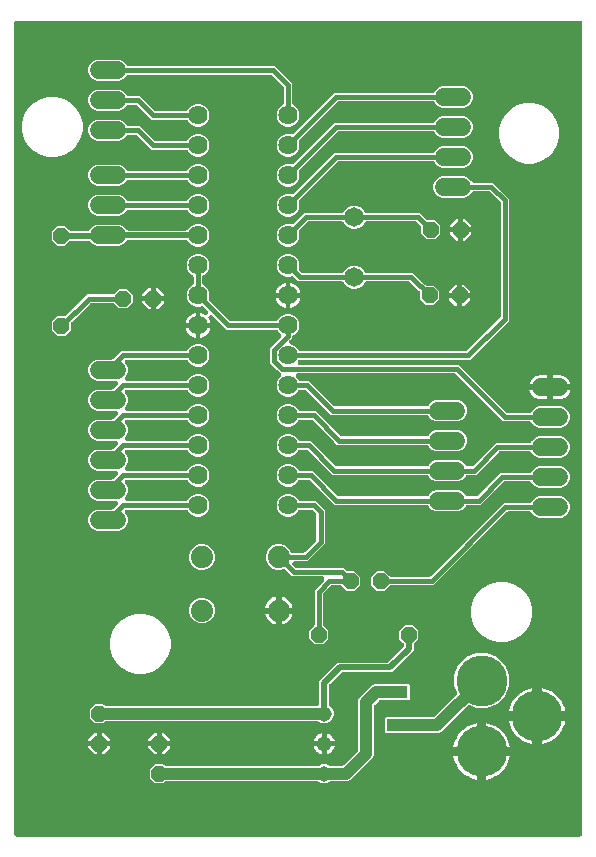
<source format=gbr>
G04 EAGLE Gerber RS-274X export*
G75*
%MOMM*%
%FSLAX34Y34*%
%LPD*%
%INBottom Copper*%
%IPPOS*%
%AMOC8*
5,1,8,0,0,1.08239X$1,22.5*%
G01*
%ADD10C,4.318000*%
%ADD11C,1.524000*%
%ADD12P,1.429621X8X22.500000*%
%ADD13P,1.429621X8X112.500000*%
%ADD14P,1.429621X8X292.500000*%
%ADD15C,1.879600*%
%ADD16C,1.625600*%
%ADD17C,1.308000*%
%ADD18C,1.651000*%
%ADD19R,1.800000X1.000000*%
%ADD20C,1.016000*%
%ADD21C,0.406400*%
%ADD22C,0.508000*%

G36*
X876826Y10163D02*
X876826Y10163D01*
X876844Y10161D01*
X877026Y10182D01*
X877209Y10201D01*
X877226Y10206D01*
X877243Y10208D01*
X877418Y10265D01*
X877594Y10319D01*
X877609Y10327D01*
X877626Y10333D01*
X877786Y10423D01*
X877948Y10511D01*
X877961Y10522D01*
X877977Y10531D01*
X878116Y10651D01*
X878257Y10768D01*
X878268Y10782D01*
X878282Y10794D01*
X878394Y10939D01*
X878509Y11082D01*
X878517Y11098D01*
X878528Y11112D01*
X878610Y11277D01*
X878695Y11439D01*
X878700Y11456D01*
X878708Y11472D01*
X878755Y11651D01*
X878806Y11826D01*
X878808Y11844D01*
X878812Y11861D01*
X878839Y12192D01*
X878839Y699008D01*
X878837Y699026D01*
X878839Y699044D01*
X878818Y699226D01*
X878799Y699409D01*
X878794Y699426D01*
X878792Y699443D01*
X878735Y699618D01*
X878681Y699794D01*
X878673Y699809D01*
X878667Y699826D01*
X878577Y699986D01*
X878489Y700148D01*
X878478Y700161D01*
X878469Y700177D01*
X878349Y700316D01*
X878232Y700457D01*
X878218Y700468D01*
X878206Y700482D01*
X878061Y700594D01*
X877918Y700709D01*
X877902Y700717D01*
X877888Y700728D01*
X877723Y700810D01*
X877561Y700895D01*
X877544Y700900D01*
X877528Y700908D01*
X877349Y700955D01*
X877174Y701006D01*
X877156Y701008D01*
X877139Y701012D01*
X876808Y701039D01*
X400000Y701039D01*
X399982Y701037D01*
X399964Y701039D01*
X399782Y701018D01*
X399599Y700999D01*
X399582Y700994D01*
X399565Y700992D01*
X399390Y700935D01*
X399214Y700881D01*
X399199Y700873D01*
X399182Y700867D01*
X399022Y700777D01*
X398860Y700689D01*
X398847Y700678D01*
X398831Y700669D01*
X398692Y700549D01*
X398551Y700432D01*
X398540Y700418D01*
X398527Y700406D01*
X398414Y700261D01*
X398299Y700118D01*
X398291Y700102D01*
X398280Y700088D01*
X398198Y699923D01*
X398113Y699761D01*
X398108Y699744D01*
X398100Y699728D01*
X398053Y699549D01*
X398002Y699374D01*
X398000Y699356D01*
X397996Y699339D01*
X397969Y699008D01*
X397969Y12192D01*
X397971Y12174D01*
X397969Y12156D01*
X397990Y11974D01*
X398009Y11791D01*
X398014Y11774D01*
X398016Y11757D01*
X398073Y11582D01*
X398127Y11406D01*
X398135Y11391D01*
X398141Y11374D01*
X398231Y11214D01*
X398319Y11052D01*
X398330Y11039D01*
X398339Y11023D01*
X398459Y10884D01*
X398576Y10743D01*
X398590Y10732D01*
X398602Y10718D01*
X398747Y10606D01*
X398890Y10491D01*
X398906Y10483D01*
X398920Y10472D01*
X399085Y10390D01*
X399247Y10305D01*
X399264Y10300D01*
X399281Y10292D01*
X399459Y10245D01*
X399634Y10194D01*
X399652Y10192D01*
X399669Y10188D01*
X400000Y10161D01*
X876808Y10161D01*
X876826Y10163D01*
G37*
%LPC*%
G36*
X841977Y356067D02*
X841977Y356067D01*
X838616Y357459D01*
X836044Y360031D01*
X835891Y360401D01*
X835880Y360421D01*
X835873Y360442D01*
X835785Y360598D01*
X835700Y360756D01*
X835686Y360773D01*
X835675Y360792D01*
X835558Y360928D01*
X835444Y361066D01*
X835427Y361080D01*
X835412Y361097D01*
X835271Y361206D01*
X835131Y361320D01*
X835112Y361330D01*
X835094Y361344D01*
X834934Y361424D01*
X834775Y361507D01*
X834754Y361513D01*
X834733Y361523D01*
X834560Y361570D01*
X834388Y361620D01*
X834366Y361622D01*
X834345Y361628D01*
X834014Y361655D01*
X812012Y361655D01*
X809489Y364178D01*
X809333Y364361D01*
X771889Y401806D01*
X771868Y401823D01*
X771850Y401843D01*
X771712Y401950D01*
X771577Y402061D01*
X771553Y402073D01*
X771532Y402090D01*
X771375Y402168D01*
X771221Y402249D01*
X771196Y402257D01*
X771172Y402269D01*
X771002Y402314D01*
X770835Y402364D01*
X770809Y402367D01*
X770783Y402373D01*
X770452Y402401D01*
X638165Y402401D01*
X638157Y402400D01*
X638148Y402401D01*
X637956Y402380D01*
X637765Y402361D01*
X637756Y402358D01*
X637747Y402357D01*
X637565Y402299D01*
X637380Y402243D01*
X637372Y402238D01*
X637363Y402236D01*
X637195Y402142D01*
X637026Y402051D01*
X637019Y402045D01*
X637011Y402041D01*
X636863Y401915D01*
X636717Y401793D01*
X636711Y401786D01*
X636704Y401780D01*
X636584Y401628D01*
X636464Y401479D01*
X636460Y401471D01*
X636455Y401464D01*
X636367Y401292D01*
X636279Y401122D01*
X636276Y401113D01*
X636272Y401105D01*
X636220Y400919D01*
X636167Y400735D01*
X636167Y400726D01*
X636164Y400718D01*
X636150Y400523D01*
X636134Y400334D01*
X636135Y400325D01*
X636135Y400316D01*
X636159Y400123D01*
X636181Y399934D01*
X636184Y399926D01*
X636185Y399917D01*
X636247Y399734D01*
X636306Y399551D01*
X636311Y399543D01*
X636313Y399535D01*
X636409Y399369D01*
X636504Y399201D01*
X636510Y399194D01*
X636514Y399186D01*
X636729Y398933D01*
X637953Y397709D01*
X638225Y397052D01*
X638236Y397032D01*
X638243Y397011D01*
X638331Y396855D01*
X638415Y396697D01*
X638430Y396680D01*
X638441Y396660D01*
X638558Y396525D01*
X638672Y396387D01*
X638689Y396373D01*
X638704Y396356D01*
X638845Y396246D01*
X638984Y396133D01*
X639004Y396123D01*
X639022Y396109D01*
X639182Y396029D01*
X639341Y395946D01*
X639362Y395940D01*
X639382Y395930D01*
X639556Y395883D01*
X639727Y395833D01*
X639749Y395831D01*
X639771Y395825D01*
X640102Y395798D01*
X647653Y395798D01*
X668431Y375021D01*
X668451Y375004D01*
X668469Y374983D01*
X668607Y374876D01*
X668742Y374765D01*
X668766Y374753D01*
X668787Y374737D01*
X668944Y374659D01*
X669098Y374577D01*
X669123Y374569D01*
X669148Y374557D01*
X669317Y374512D01*
X669484Y374462D01*
X669510Y374460D01*
X669536Y374453D01*
X669867Y374426D01*
X747167Y374426D01*
X747189Y374428D01*
X747211Y374426D01*
X747389Y374448D01*
X747567Y374466D01*
X747588Y374472D01*
X747611Y374475D01*
X747780Y374531D01*
X747952Y374584D01*
X747972Y374594D01*
X747993Y374601D01*
X748148Y374690D01*
X748306Y374775D01*
X748323Y374790D01*
X748343Y374801D01*
X748478Y374919D01*
X748615Y375033D01*
X748629Y375051D01*
X748646Y375065D01*
X748756Y375208D01*
X748868Y375347D01*
X748878Y375367D01*
X748892Y375384D01*
X749043Y375680D01*
X749196Y376049D01*
X751769Y378621D01*
X755130Y380014D01*
X774008Y380014D01*
X777369Y378621D01*
X779941Y376049D01*
X781333Y372688D01*
X781333Y369050D01*
X779941Y365689D01*
X777369Y363116D01*
X774008Y361724D01*
X755130Y361724D01*
X751769Y363116D01*
X749196Y365689D01*
X749043Y366058D01*
X749033Y366078D01*
X749026Y366099D01*
X748938Y366255D01*
X748853Y366413D01*
X748839Y366430D01*
X748828Y366450D01*
X748711Y366585D01*
X748597Y366723D01*
X748579Y366738D01*
X748565Y366754D01*
X748424Y366864D01*
X748284Y366977D01*
X748264Y366988D01*
X748247Y367001D01*
X748086Y367081D01*
X747927Y367164D01*
X747906Y367170D01*
X747886Y367180D01*
X747713Y367227D01*
X747541Y367277D01*
X747519Y367279D01*
X747497Y367285D01*
X747167Y367312D01*
X666079Y367312D01*
X645302Y388090D01*
X645281Y388107D01*
X645263Y388127D01*
X645125Y388234D01*
X644990Y388345D01*
X644966Y388357D01*
X644945Y388374D01*
X644788Y388452D01*
X644634Y388533D01*
X644609Y388541D01*
X644585Y388553D01*
X644415Y388598D01*
X644248Y388648D01*
X644222Y388651D01*
X644196Y388657D01*
X643865Y388685D01*
X640102Y388685D01*
X640080Y388682D01*
X640057Y388684D01*
X639879Y388662D01*
X639701Y388645D01*
X639680Y388638D01*
X639658Y388635D01*
X639487Y388579D01*
X639316Y388527D01*
X639297Y388516D01*
X639275Y388509D01*
X639119Y388420D01*
X638962Y388335D01*
X638945Y388321D01*
X638926Y388309D01*
X638791Y388192D01*
X638653Y388077D01*
X638639Y388060D01*
X638622Y388045D01*
X638513Y387903D01*
X638401Y387763D01*
X638390Y387744D01*
X638377Y387726D01*
X638225Y387431D01*
X637953Y386773D01*
X635238Y384058D01*
X631690Y382589D01*
X627850Y382589D01*
X624302Y384058D01*
X621587Y386773D01*
X620117Y390321D01*
X620117Y394161D01*
X621587Y397709D01*
X623431Y399554D01*
X623442Y399568D01*
X623456Y399579D01*
X623570Y399723D01*
X623686Y399865D01*
X623695Y399881D01*
X623706Y399895D01*
X623789Y400059D01*
X623875Y400221D01*
X623880Y400238D01*
X623888Y400254D01*
X623937Y400431D01*
X623990Y400607D01*
X623991Y400625D01*
X623996Y400642D01*
X624009Y400825D01*
X624026Y401008D01*
X624024Y401026D01*
X624025Y401043D01*
X624002Y401225D01*
X623983Y401408D01*
X623977Y401425D01*
X623975Y401443D01*
X623917Y401617D01*
X623861Y401792D01*
X623852Y401808D01*
X623847Y401824D01*
X623756Y401983D01*
X623666Y402144D01*
X623655Y402158D01*
X623646Y402173D01*
X623431Y402426D01*
X620778Y405079D01*
X614529Y411328D01*
X614529Y423954D01*
X623431Y432856D01*
X623442Y432870D01*
X623456Y432882D01*
X623570Y433026D01*
X623686Y433168D01*
X623695Y433184D01*
X623706Y433198D01*
X623789Y433361D01*
X623875Y433524D01*
X623880Y433541D01*
X623888Y433557D01*
X623937Y433734D01*
X623990Y433909D01*
X623991Y433927D01*
X623996Y433944D01*
X624009Y434127D01*
X624026Y434310D01*
X624024Y434328D01*
X624025Y434346D01*
X624002Y434528D01*
X623983Y434711D01*
X623977Y434728D01*
X623975Y434745D01*
X623917Y434919D01*
X623861Y435095D01*
X623852Y435110D01*
X623847Y435127D01*
X623755Y435286D01*
X623666Y435447D01*
X623655Y435460D01*
X623646Y435476D01*
X623431Y435729D01*
X621587Y437573D01*
X621314Y438231D01*
X621304Y438250D01*
X621297Y438272D01*
X621209Y438428D01*
X621124Y438585D01*
X621110Y438603D01*
X621099Y438622D01*
X620982Y438758D01*
X620868Y438896D01*
X620850Y438910D01*
X620836Y438927D01*
X620695Y439036D01*
X620555Y439150D01*
X620535Y439160D01*
X620518Y439174D01*
X620358Y439253D01*
X620199Y439337D01*
X620177Y439343D01*
X620157Y439353D01*
X619984Y439400D01*
X619812Y439450D01*
X619790Y439452D01*
X619768Y439457D01*
X619438Y439485D01*
X577496Y439485D01*
X565890Y451091D01*
X565824Y451145D01*
X565766Y451205D01*
X565669Y451272D01*
X565578Y451346D01*
X565504Y451386D01*
X565434Y451434D01*
X565326Y451480D01*
X565223Y451535D01*
X565142Y451559D01*
X565064Y451592D01*
X564949Y451616D01*
X564837Y451650D01*
X564753Y451657D01*
X564670Y451675D01*
X564553Y451676D01*
X564436Y451686D01*
X564352Y451677D01*
X564267Y451678D01*
X564152Y451656D01*
X564035Y451643D01*
X563955Y451617D01*
X563872Y451601D01*
X563764Y451557D01*
X563652Y451521D01*
X563578Y451480D01*
X563500Y451448D01*
X563402Y451383D01*
X563299Y451326D01*
X563235Y451272D01*
X563165Y451225D01*
X563082Y451142D01*
X562992Y451066D01*
X562940Y451000D01*
X562880Y450940D01*
X562815Y450842D01*
X562743Y450750D01*
X562704Y450675D01*
X562658Y450605D01*
X562613Y450496D01*
X562560Y450391D01*
X562538Y450310D01*
X562506Y450232D01*
X562484Y450116D01*
X562452Y450003D01*
X562446Y449919D01*
X562430Y449836D01*
X562431Y449719D01*
X562423Y449602D01*
X562433Y449518D01*
X562434Y449434D01*
X562459Y449319D01*
X562473Y449202D01*
X562500Y449122D01*
X562518Y449040D01*
X562574Y448902D01*
X562601Y448821D01*
X562623Y448784D01*
X562644Y448733D01*
X563457Y447137D01*
X563976Y445540D01*
X564050Y445073D01*
X555601Y445073D01*
X555601Y453521D01*
X556068Y453447D01*
X557665Y452928D01*
X559261Y452115D01*
X559340Y452084D01*
X559414Y452045D01*
X559527Y452012D01*
X559636Y451969D01*
X559719Y451954D01*
X559800Y451930D01*
X559917Y451920D01*
X560033Y451899D01*
X560117Y451901D01*
X560201Y451894D01*
X560318Y451906D01*
X560435Y451909D01*
X560518Y451928D01*
X560602Y451937D01*
X560714Y451973D01*
X560828Y451999D01*
X560905Y452033D01*
X560985Y452059D01*
X561088Y452116D01*
X561195Y452164D01*
X561264Y452213D01*
X561338Y452254D01*
X561427Y452330D01*
X561523Y452398D01*
X561580Y452459D01*
X561645Y452514D01*
X561718Y452606D01*
X561798Y452692D01*
X561842Y452764D01*
X561894Y452830D01*
X561948Y452935D01*
X562009Y453035D01*
X562038Y453114D01*
X562077Y453189D01*
X562108Y453302D01*
X562149Y453412D01*
X562162Y453496D01*
X562185Y453577D01*
X562193Y453694D01*
X562211Y453810D01*
X562208Y453894D01*
X562214Y453978D01*
X562199Y454095D01*
X562194Y454212D01*
X562174Y454294D01*
X562164Y454378D01*
X562126Y454489D01*
X562098Y454603D01*
X562062Y454679D01*
X562035Y454759D01*
X561977Y454861D01*
X561927Y454967D01*
X561877Y455035D01*
X561834Y455108D01*
X561738Y455222D01*
X561687Y455291D01*
X561655Y455319D01*
X561620Y455361D01*
X558361Y458620D01*
X558343Y458635D01*
X558329Y458652D01*
X558188Y458761D01*
X558049Y458876D01*
X558029Y458886D01*
X558012Y458900D01*
X557851Y458980D01*
X557693Y459064D01*
X557672Y459070D01*
X557652Y459081D01*
X557479Y459128D01*
X557307Y459179D01*
X557285Y459181D01*
X557264Y459187D01*
X557086Y459199D01*
X556907Y459215D01*
X556884Y459213D01*
X556862Y459214D01*
X556686Y459191D01*
X556506Y459172D01*
X556485Y459165D01*
X556463Y459162D01*
X556147Y459061D01*
X555490Y458789D01*
X551650Y458789D01*
X548102Y460258D01*
X545387Y462973D01*
X543917Y466521D01*
X543917Y470361D01*
X545387Y473909D01*
X548102Y476624D01*
X548759Y476897D01*
X548779Y476907D01*
X548800Y476914D01*
X548956Y477002D01*
X549114Y477087D01*
X549131Y477101D01*
X549151Y477112D01*
X549286Y477229D01*
X549424Y477343D01*
X549438Y477361D01*
X549455Y477375D01*
X549565Y477516D01*
X549678Y477656D01*
X549688Y477676D01*
X549702Y477693D01*
X549782Y477854D01*
X549865Y478012D01*
X549871Y478034D01*
X549881Y478054D01*
X549928Y478227D01*
X549978Y478399D01*
X549980Y478421D01*
X549986Y478443D01*
X550013Y478773D01*
X550013Y483509D01*
X550011Y483532D01*
X550013Y483554D01*
X549991Y483731D01*
X549973Y483910D01*
X549967Y483931D01*
X549964Y483953D01*
X549908Y484123D01*
X549855Y484295D01*
X549844Y484315D01*
X549837Y484336D01*
X549749Y484491D01*
X549663Y484649D01*
X549649Y484666D01*
X549638Y484685D01*
X549520Y484821D01*
X549405Y484958D01*
X549388Y484972D01*
X549373Y484989D01*
X549231Y485099D01*
X549092Y485210D01*
X549072Y485221D01*
X549054Y485234D01*
X548759Y485386D01*
X548102Y485658D01*
X545387Y488373D01*
X543917Y491921D01*
X543917Y495761D01*
X545387Y499309D01*
X548102Y502025D01*
X551650Y503494D01*
X555490Y503494D01*
X559038Y502025D01*
X561753Y499309D01*
X563222Y495761D01*
X563222Y491921D01*
X561753Y488373D01*
X559038Y485658D01*
X558380Y485386D01*
X558361Y485375D01*
X558340Y485368D01*
X558183Y485280D01*
X558026Y485196D01*
X558008Y485182D01*
X557989Y485171D01*
X557853Y485053D01*
X557715Y484939D01*
X557701Y484922D01*
X557684Y484907D01*
X557575Y484766D01*
X557461Y484627D01*
X557451Y484607D01*
X557437Y484589D01*
X557358Y484429D01*
X557274Y484270D01*
X557268Y484249D01*
X557258Y484229D01*
X557212Y484055D01*
X557161Y483884D01*
X557159Y483862D01*
X557154Y483840D01*
X557126Y483509D01*
X557126Y478773D01*
X557129Y478751D01*
X557127Y478729D01*
X557149Y478551D01*
X557166Y478373D01*
X557173Y478351D01*
X557176Y478329D01*
X557232Y478159D01*
X557285Y477988D01*
X557295Y477968D01*
X557302Y477947D01*
X557391Y477791D01*
X557476Y477634D01*
X557491Y477617D01*
X557502Y477597D01*
X557619Y477462D01*
X557734Y477325D01*
X557751Y477311D01*
X557766Y477294D01*
X557909Y477184D01*
X558048Y477072D01*
X558067Y477062D01*
X558085Y477048D01*
X558380Y476897D01*
X559038Y476624D01*
X561753Y473909D01*
X563222Y470361D01*
X563222Y466521D01*
X562950Y465864D01*
X562944Y465843D01*
X562934Y465823D01*
X562886Y465650D01*
X562834Y465479D01*
X562832Y465457D01*
X562826Y465435D01*
X562813Y465255D01*
X562796Y465078D01*
X562798Y465056D01*
X562796Y465033D01*
X562819Y464855D01*
X562837Y464677D01*
X562844Y464656D01*
X562847Y464634D01*
X562904Y464464D01*
X562957Y464293D01*
X562968Y464273D01*
X562975Y464252D01*
X563064Y464097D01*
X563150Y463940D01*
X563165Y463923D01*
X563176Y463903D01*
X563391Y463650D01*
X579848Y447193D01*
X579869Y447176D01*
X579886Y447156D01*
X580024Y447049D01*
X580160Y446938D01*
X580183Y446925D01*
X580204Y446909D01*
X580361Y446831D01*
X580515Y446749D01*
X580541Y446742D01*
X580565Y446730D01*
X580734Y446684D01*
X580901Y446635D01*
X580928Y446632D01*
X580954Y446625D01*
X581284Y446598D01*
X619438Y446598D01*
X619460Y446600D01*
X619482Y446599D01*
X619660Y446620D01*
X619838Y446638D01*
X619860Y446645D01*
X619882Y446647D01*
X620052Y446703D01*
X620223Y446756D01*
X620243Y446767D01*
X620264Y446774D01*
X620420Y446862D01*
X620577Y446948D01*
X620594Y446962D01*
X620614Y446973D01*
X620749Y447091D01*
X620887Y447206D01*
X620900Y447223D01*
X620917Y447238D01*
X621027Y447380D01*
X621139Y447519D01*
X621149Y447539D01*
X621163Y447557D01*
X621314Y447852D01*
X621587Y448509D01*
X624302Y451225D01*
X627850Y452694D01*
X631690Y452694D01*
X635238Y451225D01*
X637953Y448509D01*
X639422Y444961D01*
X639422Y441121D01*
X637953Y437573D01*
X635238Y434858D01*
X634580Y434586D01*
X634561Y434575D01*
X634540Y434568D01*
X634383Y434480D01*
X634226Y434396D01*
X634208Y434382D01*
X634189Y434371D01*
X634053Y434253D01*
X633915Y434139D01*
X633901Y434122D01*
X633884Y434107D01*
X633775Y433966D01*
X633661Y433827D01*
X633651Y433807D01*
X633637Y433789D01*
X633558Y433629D01*
X633474Y433470D01*
X633468Y433449D01*
X633458Y433429D01*
X633412Y433255D01*
X633361Y433084D01*
X633359Y433062D01*
X633354Y433040D01*
X633326Y432709D01*
X633326Y432692D01*
X631180Y430545D01*
X631171Y430535D01*
X631161Y430526D01*
X631044Y430379D01*
X630925Y430234D01*
X630919Y430222D01*
X630910Y430211D01*
X630824Y430044D01*
X630736Y429878D01*
X630732Y429865D01*
X630726Y429853D01*
X630675Y429672D01*
X630621Y429492D01*
X630620Y429479D01*
X630617Y429466D01*
X630602Y429280D01*
X630585Y429091D01*
X630587Y429078D01*
X630586Y429064D01*
X630608Y428880D01*
X630628Y428691D01*
X630633Y428678D01*
X630634Y428665D01*
X630693Y428487D01*
X630750Y428307D01*
X630756Y428295D01*
X630761Y428283D01*
X630854Y428119D01*
X630945Y427955D01*
X630953Y427945D01*
X630960Y427933D01*
X631084Y427791D01*
X631205Y427648D01*
X631216Y427639D01*
X631225Y427629D01*
X631373Y427515D01*
X631521Y427398D01*
X631533Y427392D01*
X631544Y427384D01*
X631839Y427232D01*
X635238Y425825D01*
X637953Y423109D01*
X638225Y422452D01*
X638236Y422432D01*
X638243Y422411D01*
X638331Y422255D01*
X638415Y422097D01*
X638430Y422080D01*
X638441Y422060D01*
X638558Y421925D01*
X638672Y421787D01*
X638689Y421773D01*
X638704Y421756D01*
X638845Y421646D01*
X638984Y421533D01*
X639004Y421523D01*
X639022Y421509D01*
X639182Y421429D01*
X639341Y421346D01*
X639362Y421340D01*
X639382Y421330D01*
X639556Y421283D01*
X639727Y421233D01*
X639749Y421231D01*
X639771Y421225D01*
X640102Y421198D01*
X780147Y421198D01*
X780174Y421201D01*
X780200Y421199D01*
X780374Y421221D01*
X780548Y421238D01*
X780573Y421246D01*
X780600Y421249D01*
X780765Y421305D01*
X780933Y421356D01*
X780956Y421369D01*
X780981Y421377D01*
X781133Y421465D01*
X781287Y421548D01*
X781307Y421565D01*
X781330Y421578D01*
X781583Y421793D01*
X809217Y449427D01*
X809234Y449447D01*
X809254Y449465D01*
X809361Y449603D01*
X809472Y449738D01*
X809485Y449762D01*
X809501Y449783D01*
X809579Y449940D01*
X809661Y450094D01*
X809668Y450119D01*
X809680Y450144D01*
X809726Y450313D01*
X809776Y450480D01*
X809778Y450506D01*
X809785Y450532D01*
X809812Y450863D01*
X809812Y546542D01*
X809809Y546569D01*
X809811Y546595D01*
X809789Y546769D01*
X809772Y546943D01*
X809764Y546968D01*
X809761Y546995D01*
X809705Y547161D01*
X809654Y547328D01*
X809641Y547351D01*
X809633Y547377D01*
X809545Y547528D01*
X809462Y547682D01*
X809445Y547702D01*
X809432Y547725D01*
X809217Y547978D01*
X801127Y556069D01*
X801106Y556085D01*
X801089Y556106D01*
X800951Y556213D01*
X800816Y556324D01*
X800792Y556336D01*
X800771Y556353D01*
X800614Y556431D01*
X800460Y556512D01*
X800434Y556520D01*
X800410Y556532D01*
X800241Y556577D01*
X800074Y556627D01*
X800047Y556629D01*
X800021Y556636D01*
X799691Y556663D01*
X787096Y556663D01*
X787074Y556661D01*
X787052Y556663D01*
X786874Y556641D01*
X786695Y556624D01*
X786674Y556617D01*
X786652Y556614D01*
X786482Y556558D01*
X786310Y556505D01*
X786291Y556495D01*
X786270Y556488D01*
X786114Y556399D01*
X785956Y556314D01*
X785939Y556299D01*
X785920Y556288D01*
X785785Y556170D01*
X785647Y556056D01*
X785633Y556039D01*
X785616Y556024D01*
X785507Y555882D01*
X785395Y555742D01*
X785385Y555722D01*
X785371Y555705D01*
X785219Y555409D01*
X785066Y555040D01*
X782494Y552468D01*
X779133Y551075D01*
X760255Y551075D01*
X756894Y552468D01*
X754321Y555040D01*
X752929Y558401D01*
X752929Y562039D01*
X754321Y565400D01*
X756894Y567973D01*
X760255Y569365D01*
X779133Y569365D01*
X782494Y567973D01*
X785066Y565400D01*
X785219Y565031D01*
X785230Y565011D01*
X785237Y564990D01*
X785325Y564834D01*
X785410Y564676D01*
X785424Y564659D01*
X785435Y564639D01*
X785552Y564504D01*
X785666Y564366D01*
X785683Y564352D01*
X785698Y564335D01*
X785839Y564225D01*
X785979Y564112D01*
X785998Y564101D01*
X786016Y564088D01*
X786176Y564008D01*
X786335Y563925D01*
X786356Y563919D01*
X786377Y563909D01*
X786550Y563862D01*
X786722Y563812D01*
X786744Y563810D01*
X786765Y563804D01*
X787096Y563777D01*
X803479Y563777D01*
X816925Y550330D01*
X816925Y447075D01*
X783935Y414085D01*
X640102Y414085D01*
X640080Y414082D01*
X640057Y414084D01*
X639879Y414062D01*
X639701Y414045D01*
X639680Y414038D01*
X639658Y414035D01*
X639488Y413979D01*
X639316Y413927D01*
X639297Y413916D01*
X639276Y413909D01*
X639120Y413820D01*
X638962Y413735D01*
X638945Y413721D01*
X638926Y413710D01*
X638790Y413592D01*
X638653Y413477D01*
X638639Y413460D01*
X638622Y413445D01*
X638513Y413303D01*
X638401Y413163D01*
X638390Y413144D01*
X638377Y413126D01*
X638225Y412831D01*
X638015Y412323D01*
X638011Y412310D01*
X638005Y412298D01*
X637953Y412118D01*
X637898Y411937D01*
X637897Y411924D01*
X637893Y411911D01*
X637878Y411723D01*
X637860Y411537D01*
X637861Y411523D01*
X637860Y411510D01*
X637882Y411323D01*
X637902Y411136D01*
X637906Y411123D01*
X637907Y411110D01*
X637966Y410931D01*
X638022Y410752D01*
X638028Y410740D01*
X638032Y410727D01*
X638125Y410563D01*
X638215Y410398D01*
X638223Y410388D01*
X638230Y410376D01*
X638353Y410234D01*
X638474Y410090D01*
X638484Y410082D01*
X638493Y410072D01*
X638641Y409957D01*
X638789Y409839D01*
X638801Y409833D01*
X638811Y409825D01*
X638979Y409741D01*
X639147Y409655D01*
X639160Y409652D01*
X639172Y409646D01*
X639354Y409597D01*
X639534Y409546D01*
X639548Y409545D01*
X639561Y409541D01*
X639891Y409514D01*
X774240Y409514D01*
X774284Y409470D01*
X814377Y369377D01*
X814391Y369363D01*
X814412Y369346D01*
X814429Y369326D01*
X814567Y369219D01*
X814702Y369108D01*
X814726Y369096D01*
X814747Y369079D01*
X814904Y369001D01*
X815058Y368920D01*
X815084Y368912D01*
X815108Y368900D01*
X815277Y368854D01*
X815444Y368805D01*
X815471Y368802D01*
X815497Y368795D01*
X815827Y368768D01*
X834014Y368768D01*
X834036Y368771D01*
X834058Y368769D01*
X834236Y368790D01*
X834415Y368808D01*
X834436Y368815D01*
X834458Y368817D01*
X834628Y368874D01*
X834799Y368926D01*
X834819Y368937D01*
X834840Y368944D01*
X834996Y369033D01*
X835154Y369118D01*
X835171Y369132D01*
X835190Y369143D01*
X835325Y369261D01*
X835463Y369376D01*
X835477Y369393D01*
X835494Y369408D01*
X835603Y369550D01*
X835715Y369690D01*
X835725Y369709D01*
X835739Y369727D01*
X835891Y370022D01*
X836044Y370392D01*
X838616Y372964D01*
X841977Y374356D01*
X860855Y374356D01*
X864216Y372964D01*
X866789Y370392D01*
X868181Y367031D01*
X868181Y363393D01*
X866789Y360031D01*
X864216Y357459D01*
X860855Y356067D01*
X841977Y356067D01*
G37*
%LPD*%
%LPC*%
G36*
X467931Y268797D02*
X467931Y268797D01*
X464570Y270189D01*
X461997Y272761D01*
X460605Y276122D01*
X460605Y279760D01*
X461997Y283121D01*
X464570Y285694D01*
X467931Y287086D01*
X480643Y287086D01*
X480670Y287089D01*
X480696Y287087D01*
X480870Y287109D01*
X481044Y287126D01*
X481069Y287134D01*
X481096Y287137D01*
X481262Y287193D01*
X481429Y287244D01*
X481452Y287257D01*
X481478Y287265D01*
X481629Y287353D01*
X481783Y287436D01*
X481803Y287453D01*
X481826Y287466D01*
X482079Y287681D01*
X485127Y290729D01*
X485133Y290736D01*
X485140Y290742D01*
X485260Y290891D01*
X485383Y291041D01*
X485387Y291048D01*
X485392Y291055D01*
X485481Y291226D01*
X485571Y291396D01*
X485574Y291405D01*
X485578Y291413D01*
X485631Y291598D01*
X485686Y291782D01*
X485687Y291791D01*
X485689Y291800D01*
X485705Y291991D01*
X485722Y292183D01*
X485721Y292192D01*
X485722Y292201D01*
X485700Y292390D01*
X485679Y292583D01*
X485676Y292592D01*
X485675Y292601D01*
X485616Y292783D01*
X485557Y292967D01*
X485553Y292975D01*
X485550Y292984D01*
X485455Y293152D01*
X485363Y293320D01*
X485357Y293326D01*
X485352Y293334D01*
X485226Y293480D01*
X485102Y293627D01*
X485095Y293632D01*
X485089Y293639D01*
X484938Y293756D01*
X484786Y293876D01*
X484778Y293880D01*
X484771Y293886D01*
X484599Y293971D01*
X484427Y294059D01*
X484419Y294061D01*
X484411Y294065D01*
X484224Y294115D01*
X484039Y294167D01*
X484031Y294167D01*
X484022Y294169D01*
X483691Y294197D01*
X467931Y294197D01*
X464570Y295589D01*
X461997Y298161D01*
X460605Y301522D01*
X460605Y305160D01*
X461997Y308521D01*
X464570Y311094D01*
X467931Y312486D01*
X480643Y312486D01*
X480670Y312489D01*
X480696Y312487D01*
X480870Y312509D01*
X481044Y312526D01*
X481069Y312534D01*
X481096Y312537D01*
X481262Y312593D01*
X481429Y312644D01*
X481452Y312657D01*
X481478Y312665D01*
X481629Y312753D01*
X481783Y312836D01*
X481803Y312853D01*
X481826Y312866D01*
X482079Y313081D01*
X485127Y316129D01*
X485133Y316136D01*
X485140Y316142D01*
X485260Y316291D01*
X485383Y316441D01*
X485387Y316448D01*
X485392Y316455D01*
X485481Y316627D01*
X485571Y316796D01*
X485574Y316805D01*
X485578Y316813D01*
X485631Y316998D01*
X485686Y317182D01*
X485687Y317191D01*
X485689Y317200D01*
X485705Y317391D01*
X485722Y317583D01*
X485721Y317592D01*
X485722Y317601D01*
X485700Y317790D01*
X485679Y317983D01*
X485676Y317992D01*
X485675Y318001D01*
X485616Y318183D01*
X485557Y318367D01*
X485553Y318375D01*
X485550Y318384D01*
X485455Y318552D01*
X485363Y318720D01*
X485357Y318726D01*
X485352Y318734D01*
X485226Y318880D01*
X485102Y319027D01*
X485095Y319032D01*
X485089Y319039D01*
X484938Y319156D01*
X484786Y319276D01*
X484778Y319280D01*
X484771Y319286D01*
X484599Y319371D01*
X484427Y319459D01*
X484419Y319461D01*
X484411Y319465D01*
X484224Y319515D01*
X484039Y319567D01*
X484031Y319567D01*
X484022Y319569D01*
X483691Y319597D01*
X467931Y319597D01*
X464570Y320989D01*
X461997Y323561D01*
X460605Y326922D01*
X460605Y330560D01*
X461997Y333921D01*
X464570Y336494D01*
X466637Y337350D01*
X467931Y337886D01*
X480643Y337886D01*
X480670Y337889D01*
X480696Y337887D01*
X480870Y337909D01*
X481044Y337926D01*
X481069Y337934D01*
X481096Y337937D01*
X481262Y337993D01*
X481429Y338044D01*
X481452Y338057D01*
X481478Y338065D01*
X481629Y338153D01*
X481783Y338236D01*
X481803Y338253D01*
X481826Y338266D01*
X482079Y338481D01*
X485127Y341529D01*
X485133Y341536D01*
X485140Y341542D01*
X485260Y341691D01*
X485383Y341841D01*
X485387Y341848D01*
X485392Y341855D01*
X485481Y342027D01*
X485571Y342196D01*
X485574Y342205D01*
X485578Y342213D01*
X485631Y342398D01*
X485686Y342582D01*
X485687Y342591D01*
X485689Y342600D01*
X485705Y342791D01*
X485722Y342983D01*
X485721Y342992D01*
X485722Y343001D01*
X485700Y343190D01*
X485679Y343383D01*
X485676Y343392D01*
X485675Y343401D01*
X485616Y343583D01*
X485557Y343767D01*
X485553Y343775D01*
X485550Y343784D01*
X485455Y343952D01*
X485363Y344120D01*
X485357Y344126D01*
X485352Y344134D01*
X485226Y344280D01*
X485102Y344427D01*
X485095Y344432D01*
X485089Y344439D01*
X484938Y344556D01*
X484786Y344676D01*
X484778Y344680D01*
X484771Y344686D01*
X484599Y344771D01*
X484427Y344859D01*
X484419Y344861D01*
X484411Y344865D01*
X484224Y344915D01*
X484039Y344967D01*
X484031Y344967D01*
X484022Y344969D01*
X483691Y344997D01*
X467931Y344997D01*
X464570Y346389D01*
X461997Y348961D01*
X460605Y352322D01*
X460605Y355960D01*
X461997Y359321D01*
X464570Y361894D01*
X467931Y363286D01*
X480643Y363286D01*
X480670Y363289D01*
X480696Y363287D01*
X480870Y363309D01*
X481044Y363326D01*
X481069Y363334D01*
X481096Y363337D01*
X481261Y363393D01*
X481429Y363444D01*
X481452Y363457D01*
X481478Y363465D01*
X481629Y363552D01*
X481783Y363636D01*
X481803Y363653D01*
X481826Y363666D01*
X482079Y363881D01*
X485127Y366929D01*
X485133Y366936D01*
X485140Y366942D01*
X485260Y367091D01*
X485383Y367241D01*
X485387Y367248D01*
X485392Y367255D01*
X485481Y367426D01*
X485571Y367596D01*
X485574Y367605D01*
X485578Y367613D01*
X485631Y367797D01*
X485686Y367982D01*
X485687Y367991D01*
X485689Y368000D01*
X485705Y368191D01*
X485722Y368383D01*
X485721Y368392D01*
X485722Y368401D01*
X485700Y368590D01*
X485679Y368783D01*
X485676Y368792D01*
X485675Y368801D01*
X485616Y368983D01*
X485557Y369167D01*
X485553Y369175D01*
X485550Y369184D01*
X485455Y369352D01*
X485363Y369520D01*
X485357Y369526D01*
X485352Y369534D01*
X485226Y369680D01*
X485102Y369827D01*
X485095Y369832D01*
X485089Y369839D01*
X484938Y369956D01*
X484786Y370076D01*
X484778Y370080D01*
X484771Y370086D01*
X484599Y370171D01*
X484427Y370259D01*
X484419Y370261D01*
X484411Y370265D01*
X484225Y370315D01*
X484039Y370367D01*
X484030Y370367D01*
X484022Y370369D01*
X483691Y370397D01*
X467931Y370397D01*
X464570Y371789D01*
X461997Y374361D01*
X460605Y377722D01*
X460605Y381360D01*
X461997Y384721D01*
X464570Y387294D01*
X467931Y388686D01*
X480643Y388686D01*
X480670Y388689D01*
X480696Y388687D01*
X480870Y388709D01*
X481044Y388726D01*
X481069Y388734D01*
X481096Y388737D01*
X481261Y388793D01*
X481429Y388844D01*
X481452Y388857D01*
X481478Y388865D01*
X481629Y388952D01*
X481783Y389036D01*
X481803Y389053D01*
X481826Y389066D01*
X482079Y389281D01*
X485127Y392329D01*
X485133Y392336D01*
X485140Y392342D01*
X485260Y392491D01*
X485383Y392641D01*
X485387Y392648D01*
X485392Y392655D01*
X485481Y392826D01*
X485571Y392996D01*
X485574Y393005D01*
X485578Y393013D01*
X485631Y393197D01*
X485686Y393382D01*
X485687Y393391D01*
X485689Y393400D01*
X485705Y393591D01*
X485722Y393783D01*
X485721Y393792D01*
X485722Y393801D01*
X485700Y393990D01*
X485679Y394183D01*
X485676Y394192D01*
X485675Y394201D01*
X485616Y394383D01*
X485557Y394567D01*
X485553Y394575D01*
X485550Y394584D01*
X485455Y394752D01*
X485363Y394920D01*
X485357Y394926D01*
X485352Y394934D01*
X485226Y395080D01*
X485102Y395227D01*
X485095Y395232D01*
X485089Y395239D01*
X484938Y395356D01*
X484786Y395476D01*
X484778Y395480D01*
X484771Y395486D01*
X484599Y395571D01*
X484427Y395659D01*
X484419Y395661D01*
X484411Y395665D01*
X484225Y395715D01*
X484039Y395767D01*
X484030Y395767D01*
X484022Y395769D01*
X483691Y395797D01*
X467931Y395797D01*
X464570Y397189D01*
X461997Y399761D01*
X460605Y403122D01*
X460605Y406760D01*
X461997Y410121D01*
X464570Y412694D01*
X467931Y414086D01*
X480643Y414086D01*
X480670Y414089D01*
X480696Y414087D01*
X480870Y414109D01*
X481044Y414126D01*
X481069Y414134D01*
X481096Y414137D01*
X481262Y414193D01*
X481429Y414244D01*
X481452Y414257D01*
X481478Y414265D01*
X481629Y414353D01*
X481783Y414436D01*
X481803Y414453D01*
X481826Y414466D01*
X482079Y414681D01*
X488596Y421198D01*
X543238Y421198D01*
X543260Y421200D01*
X543282Y421199D01*
X543460Y421220D01*
X543638Y421238D01*
X543660Y421245D01*
X543682Y421247D01*
X543852Y421303D01*
X544023Y421356D01*
X544043Y421367D01*
X544064Y421374D01*
X544220Y421462D01*
X544377Y421548D01*
X544394Y421562D01*
X544414Y421573D01*
X544549Y421691D01*
X544687Y421806D01*
X544700Y421823D01*
X544717Y421838D01*
X544827Y421980D01*
X544939Y422119D01*
X544949Y422139D01*
X544963Y422157D01*
X545114Y422452D01*
X545387Y423109D01*
X548102Y425825D01*
X550276Y426725D01*
X551650Y427294D01*
X555490Y427294D01*
X559038Y425825D01*
X561753Y423109D01*
X563222Y419561D01*
X563222Y415721D01*
X561753Y412173D01*
X559038Y409458D01*
X555826Y408128D01*
X555490Y407989D01*
X551650Y407989D01*
X548102Y409458D01*
X545387Y412173D01*
X545114Y412831D01*
X545104Y412850D01*
X545097Y412872D01*
X545009Y413028D01*
X544924Y413185D01*
X544910Y413203D01*
X544899Y413222D01*
X544782Y413358D01*
X544668Y413496D01*
X544650Y413510D01*
X544636Y413527D01*
X544495Y413636D01*
X544355Y413750D01*
X544335Y413760D01*
X544318Y413774D01*
X544158Y413853D01*
X543999Y413937D01*
X543977Y413943D01*
X543957Y413953D01*
X543784Y414000D01*
X543612Y414050D01*
X543590Y414052D01*
X543568Y414057D01*
X543238Y414085D01*
X493683Y414085D01*
X493674Y414084D01*
X493665Y414085D01*
X493473Y414064D01*
X493282Y414045D01*
X493274Y414042D01*
X493265Y414041D01*
X493082Y413983D01*
X492897Y413927D01*
X492890Y413922D01*
X492881Y413920D01*
X492713Y413827D01*
X492543Y413735D01*
X492536Y413729D01*
X492529Y413725D01*
X492382Y413600D01*
X492234Y413477D01*
X492229Y413470D01*
X492222Y413464D01*
X492102Y413312D01*
X491982Y413163D01*
X491978Y413155D01*
X491972Y413148D01*
X491884Y412976D01*
X491796Y412806D01*
X491794Y412797D01*
X491790Y412789D01*
X491738Y412604D01*
X491685Y412419D01*
X491684Y412410D01*
X491682Y412402D01*
X491668Y412209D01*
X491652Y412018D01*
X491653Y412009D01*
X491652Y412000D01*
X491677Y411809D01*
X491699Y411618D01*
X491702Y411609D01*
X491703Y411601D01*
X491764Y411418D01*
X491824Y411235D01*
X491828Y411227D01*
X491831Y411219D01*
X491927Y411052D01*
X492022Y410885D01*
X492028Y410878D01*
X492032Y410870D01*
X492247Y410617D01*
X492742Y410121D01*
X494134Y406760D01*
X494134Y403122D01*
X492742Y399761D01*
X492247Y399266D01*
X492241Y399259D01*
X492234Y399253D01*
X492114Y399103D01*
X491992Y398954D01*
X491987Y398946D01*
X491982Y398939D01*
X491894Y398770D01*
X491803Y398598D01*
X491800Y398590D01*
X491796Y398582D01*
X491743Y398398D01*
X491688Y398213D01*
X491687Y398204D01*
X491685Y398195D01*
X491669Y398004D01*
X491652Y397812D01*
X491653Y397803D01*
X491652Y397794D01*
X491674Y397604D01*
X491695Y397411D01*
X491698Y397403D01*
X491699Y397394D01*
X491759Y397211D01*
X491817Y397027D01*
X491821Y397020D01*
X491824Y397011D01*
X491919Y396843D01*
X492011Y396675D01*
X492017Y396668D01*
X492022Y396660D01*
X492147Y396515D01*
X492272Y396368D01*
X492279Y396363D01*
X492285Y396356D01*
X492437Y396238D01*
X492588Y396119D01*
X492596Y396114D01*
X492603Y396109D01*
X492776Y396023D01*
X492947Y395936D01*
X492955Y395934D01*
X492963Y395930D01*
X493152Y395879D01*
X493335Y395828D01*
X493343Y395827D01*
X493352Y395825D01*
X493683Y395798D01*
X543238Y395798D01*
X543260Y395800D01*
X543282Y395799D01*
X543460Y395820D01*
X543638Y395838D01*
X543660Y395845D01*
X543682Y395847D01*
X543852Y395903D01*
X544023Y395956D01*
X544043Y395967D01*
X544064Y395974D01*
X544220Y396062D01*
X544377Y396148D01*
X544394Y396162D01*
X544414Y396173D01*
X544549Y396291D01*
X544687Y396406D01*
X544700Y396423D01*
X544717Y396438D01*
X544827Y396580D01*
X544939Y396719D01*
X544949Y396739D01*
X544963Y396757D01*
X545114Y397052D01*
X545387Y397709D01*
X548102Y400425D01*
X551650Y401894D01*
X555490Y401894D01*
X559038Y400425D01*
X561753Y397709D01*
X563222Y394161D01*
X563222Y390321D01*
X561753Y386773D01*
X559038Y384058D01*
X555490Y382589D01*
X551650Y382589D01*
X548102Y384058D01*
X545387Y386773D01*
X545114Y387431D01*
X545104Y387450D01*
X545097Y387472D01*
X545009Y387628D01*
X544924Y387785D01*
X544910Y387803D01*
X544899Y387822D01*
X544782Y387958D01*
X544668Y388096D01*
X544650Y388110D01*
X544636Y388127D01*
X544495Y388236D01*
X544355Y388350D01*
X544335Y388360D01*
X544318Y388374D01*
X544158Y388453D01*
X543999Y388537D01*
X543977Y388543D01*
X543957Y388553D01*
X543784Y388600D01*
X543612Y388650D01*
X543590Y388652D01*
X543568Y388657D01*
X543238Y388685D01*
X493683Y388685D01*
X493674Y388684D01*
X493665Y388685D01*
X493473Y388664D01*
X493282Y388645D01*
X493274Y388642D01*
X493265Y388641D01*
X493082Y388583D01*
X492897Y388527D01*
X492890Y388522D01*
X492881Y388520D01*
X492713Y388427D01*
X492543Y388335D01*
X492536Y388329D01*
X492529Y388325D01*
X492382Y388200D01*
X492234Y388077D01*
X492229Y388070D01*
X492222Y388064D01*
X492102Y387912D01*
X491982Y387763D01*
X491978Y387755D01*
X491972Y387748D01*
X491884Y387576D01*
X491796Y387406D01*
X491794Y387397D01*
X491790Y387389D01*
X491738Y387204D01*
X491685Y387019D01*
X491684Y387010D01*
X491682Y387002D01*
X491668Y386809D01*
X491652Y386618D01*
X491653Y386609D01*
X491652Y386600D01*
X491677Y386409D01*
X491699Y386218D01*
X491702Y386209D01*
X491703Y386201D01*
X491764Y386018D01*
X491824Y385835D01*
X491828Y385827D01*
X491831Y385819D01*
X491927Y385652D01*
X492022Y385485D01*
X492028Y385478D01*
X492032Y385470D01*
X492247Y385217D01*
X492742Y384721D01*
X494134Y381360D01*
X494134Y377722D01*
X492742Y374361D01*
X492247Y373866D01*
X492241Y373859D01*
X492234Y373853D01*
X492114Y373704D01*
X491992Y373554D01*
X491987Y373546D01*
X491982Y373539D01*
X491894Y373370D01*
X491803Y373198D01*
X491800Y373190D01*
X491796Y373182D01*
X491743Y372997D01*
X491688Y372813D01*
X491687Y372804D01*
X491685Y372795D01*
X491669Y372604D01*
X491652Y372412D01*
X491653Y372403D01*
X491652Y372394D01*
X491674Y372204D01*
X491695Y372011D01*
X491698Y372003D01*
X491699Y371994D01*
X491759Y371811D01*
X491817Y371627D01*
X491821Y371620D01*
X491824Y371611D01*
X491919Y371443D01*
X492011Y371275D01*
X492017Y371268D01*
X492022Y371260D01*
X492147Y371115D01*
X492272Y370968D01*
X492279Y370963D01*
X492285Y370956D01*
X492437Y370838D01*
X492588Y370719D01*
X492596Y370714D01*
X492603Y370709D01*
X492776Y370623D01*
X492947Y370536D01*
X492955Y370534D01*
X492963Y370530D01*
X493152Y370479D01*
X493335Y370428D01*
X493343Y370427D01*
X493352Y370425D01*
X493683Y370398D01*
X543238Y370398D01*
X543260Y370400D01*
X543282Y370399D01*
X543460Y370420D01*
X543638Y370438D01*
X543660Y370445D01*
X543682Y370447D01*
X543852Y370503D01*
X544023Y370556D01*
X544043Y370567D01*
X544064Y370574D01*
X544220Y370662D01*
X544377Y370748D01*
X544394Y370762D01*
X544414Y370773D01*
X544549Y370891D01*
X544687Y371006D01*
X544700Y371023D01*
X544717Y371038D01*
X544827Y371180D01*
X544939Y371319D01*
X544949Y371339D01*
X544963Y371357D01*
X545114Y371652D01*
X545387Y372309D01*
X548102Y375025D01*
X551650Y376494D01*
X555490Y376494D01*
X559038Y375025D01*
X561753Y372309D01*
X563222Y368761D01*
X563222Y364921D01*
X561753Y361373D01*
X559038Y358658D01*
X555490Y357189D01*
X551650Y357189D01*
X548102Y358658D01*
X545387Y361373D01*
X545114Y362031D01*
X545104Y362050D01*
X545097Y362072D01*
X545009Y362228D01*
X544924Y362385D01*
X544910Y362403D01*
X544899Y362422D01*
X544782Y362558D01*
X544668Y362696D01*
X544650Y362710D01*
X544636Y362727D01*
X544495Y362836D01*
X544355Y362950D01*
X544335Y362960D01*
X544318Y362974D01*
X544158Y363053D01*
X543999Y363137D01*
X543977Y363143D01*
X543957Y363153D01*
X543784Y363200D01*
X543612Y363250D01*
X543590Y363252D01*
X543568Y363257D01*
X543238Y363285D01*
X493683Y363285D01*
X493674Y363284D01*
X493665Y363285D01*
X493473Y363264D01*
X493282Y363245D01*
X493274Y363242D01*
X493265Y363241D01*
X493082Y363183D01*
X492897Y363127D01*
X492890Y363122D01*
X492881Y363120D01*
X492713Y363027D01*
X492543Y362935D01*
X492536Y362929D01*
X492529Y362925D01*
X492382Y362800D01*
X492234Y362677D01*
X492229Y362670D01*
X492222Y362664D01*
X492102Y362512D01*
X491982Y362363D01*
X491978Y362355D01*
X491972Y362348D01*
X491884Y362175D01*
X491796Y362006D01*
X491794Y361997D01*
X491790Y361989D01*
X491738Y361804D01*
X491685Y361619D01*
X491684Y361610D01*
X491682Y361602D01*
X491668Y361409D01*
X491652Y361218D01*
X491653Y361209D01*
X491652Y361200D01*
X491677Y361009D01*
X491699Y360818D01*
X491702Y360809D01*
X491703Y360801D01*
X491764Y360618D01*
X491824Y360435D01*
X491828Y360427D01*
X491831Y360419D01*
X491927Y360252D01*
X492022Y360085D01*
X492028Y360078D01*
X492032Y360070D01*
X492247Y359817D01*
X492742Y359321D01*
X494134Y355960D01*
X494134Y352322D01*
X492742Y348961D01*
X492247Y348466D01*
X492241Y348459D01*
X492234Y348453D01*
X492114Y348304D01*
X491992Y348154D01*
X491987Y348146D01*
X491982Y348139D01*
X491894Y347970D01*
X491803Y347798D01*
X491800Y347790D01*
X491796Y347782D01*
X491743Y347597D01*
X491688Y347413D01*
X491687Y347404D01*
X491685Y347395D01*
X491669Y347204D01*
X491652Y347012D01*
X491653Y347003D01*
X491652Y346994D01*
X491674Y346804D01*
X491695Y346611D01*
X491698Y346603D01*
X491699Y346594D01*
X491759Y346411D01*
X491817Y346227D01*
X491821Y346220D01*
X491824Y346211D01*
X491919Y346043D01*
X492011Y345875D01*
X492017Y345868D01*
X492022Y345860D01*
X492147Y345715D01*
X492272Y345568D01*
X492279Y345563D01*
X492285Y345556D01*
X492437Y345438D01*
X492588Y345319D01*
X492596Y345314D01*
X492603Y345309D01*
X492776Y345223D01*
X492947Y345136D01*
X492955Y345134D01*
X492963Y345130D01*
X493152Y345079D01*
X493335Y345028D01*
X493343Y345027D01*
X493352Y345025D01*
X493683Y344998D01*
X543238Y344998D01*
X543260Y345000D01*
X543282Y344999D01*
X543460Y345020D01*
X543638Y345038D01*
X543660Y345045D01*
X543682Y345047D01*
X543852Y345103D01*
X544023Y345156D01*
X544043Y345167D01*
X544064Y345174D01*
X544220Y345262D01*
X544377Y345348D01*
X544394Y345362D01*
X544414Y345373D01*
X544549Y345491D01*
X544687Y345606D01*
X544700Y345623D01*
X544717Y345638D01*
X544827Y345780D01*
X544939Y345919D01*
X544949Y345939D01*
X544963Y345957D01*
X545114Y346252D01*
X545387Y346909D01*
X548102Y349625D01*
X551650Y351094D01*
X555490Y351094D01*
X559038Y349625D01*
X561753Y346909D01*
X563222Y343361D01*
X563222Y339521D01*
X561753Y335973D01*
X559038Y333258D01*
X555490Y331789D01*
X551650Y331789D01*
X548102Y333258D01*
X545387Y335973D01*
X545114Y336631D01*
X545104Y336650D01*
X545097Y336672D01*
X545009Y336828D01*
X544924Y336985D01*
X544910Y337003D01*
X544899Y337022D01*
X544782Y337158D01*
X544668Y337296D01*
X544650Y337310D01*
X544636Y337327D01*
X544495Y337436D01*
X544355Y337550D01*
X544335Y337560D01*
X544318Y337574D01*
X544158Y337653D01*
X543999Y337737D01*
X543977Y337743D01*
X543957Y337753D01*
X543784Y337800D01*
X543612Y337850D01*
X543590Y337852D01*
X543568Y337857D01*
X543238Y337885D01*
X493683Y337885D01*
X493674Y337884D01*
X493665Y337885D01*
X493473Y337864D01*
X493282Y337845D01*
X493274Y337842D01*
X493265Y337841D01*
X493082Y337783D01*
X492897Y337727D01*
X492890Y337722D01*
X492881Y337720D01*
X492713Y337627D01*
X492543Y337535D01*
X492536Y337529D01*
X492529Y337525D01*
X492382Y337400D01*
X492234Y337277D01*
X492229Y337270D01*
X492222Y337264D01*
X492102Y337112D01*
X491982Y336963D01*
X491978Y336955D01*
X491972Y336948D01*
X491884Y336776D01*
X491796Y336606D01*
X491794Y336597D01*
X491790Y336589D01*
X491738Y336404D01*
X491685Y336219D01*
X491684Y336210D01*
X491682Y336202D01*
X491668Y336009D01*
X491652Y335818D01*
X491653Y335809D01*
X491652Y335800D01*
X491677Y335609D01*
X491699Y335418D01*
X491702Y335409D01*
X491703Y335401D01*
X491764Y335218D01*
X491824Y335035D01*
X491828Y335027D01*
X491831Y335019D01*
X491928Y334850D01*
X492022Y334685D01*
X492028Y334678D01*
X492032Y334670D01*
X492247Y334417D01*
X492742Y333921D01*
X494134Y330560D01*
X494134Y326922D01*
X492742Y323561D01*
X492247Y323066D01*
X492241Y323059D01*
X492234Y323053D01*
X492114Y322904D01*
X491992Y322754D01*
X491987Y322746D01*
X491982Y322739D01*
X491894Y322570D01*
X491803Y322398D01*
X491800Y322390D01*
X491796Y322382D01*
X491743Y322197D01*
X491688Y322013D01*
X491687Y322004D01*
X491685Y321995D01*
X491669Y321804D01*
X491652Y321612D01*
X491653Y321603D01*
X491652Y321594D01*
X491674Y321404D01*
X491695Y321211D01*
X491698Y321203D01*
X491699Y321194D01*
X491759Y321011D01*
X491817Y320827D01*
X491821Y320820D01*
X491824Y320811D01*
X491919Y320643D01*
X492011Y320475D01*
X492017Y320468D01*
X492022Y320460D01*
X492147Y320315D01*
X492272Y320168D01*
X492279Y320163D01*
X492285Y320156D01*
X492437Y320038D01*
X492588Y319919D01*
X492596Y319914D01*
X492603Y319909D01*
X492776Y319823D01*
X492947Y319736D01*
X492955Y319734D01*
X492963Y319730D01*
X493152Y319679D01*
X493335Y319628D01*
X493343Y319627D01*
X493352Y319625D01*
X493683Y319598D01*
X543238Y319598D01*
X543260Y319600D01*
X543282Y319599D01*
X543460Y319620D01*
X543638Y319638D01*
X543660Y319645D01*
X543682Y319647D01*
X543852Y319703D01*
X544023Y319756D01*
X544043Y319767D01*
X544064Y319774D01*
X544220Y319862D01*
X544377Y319948D01*
X544394Y319962D01*
X544414Y319973D01*
X544549Y320091D01*
X544687Y320206D01*
X544700Y320223D01*
X544717Y320238D01*
X544827Y320380D01*
X544939Y320519D01*
X544949Y320539D01*
X544963Y320557D01*
X545114Y320852D01*
X545387Y321509D01*
X548102Y324225D01*
X550366Y325162D01*
X550366Y325163D01*
X550367Y325163D01*
X551650Y325694D01*
X555490Y325694D01*
X559038Y324225D01*
X561753Y321509D01*
X563222Y317961D01*
X563222Y314121D01*
X561753Y310573D01*
X559038Y307858D01*
X555916Y306565D01*
X555490Y306389D01*
X551650Y306389D01*
X548102Y307858D01*
X545387Y310573D01*
X545114Y311231D01*
X545104Y311250D01*
X545097Y311272D01*
X545009Y311428D01*
X544924Y311585D01*
X544910Y311603D01*
X544899Y311622D01*
X544782Y311758D01*
X544668Y311896D01*
X544650Y311910D01*
X544636Y311927D01*
X544495Y312036D01*
X544355Y312150D01*
X544335Y312160D01*
X544318Y312174D01*
X544158Y312253D01*
X543999Y312337D01*
X543977Y312343D01*
X543957Y312353D01*
X543784Y312400D01*
X543612Y312450D01*
X543590Y312452D01*
X543568Y312457D01*
X543238Y312485D01*
X493683Y312485D01*
X493674Y312484D01*
X493665Y312485D01*
X493473Y312464D01*
X493282Y312445D01*
X493274Y312442D01*
X493265Y312441D01*
X493082Y312383D01*
X492897Y312327D01*
X492890Y312322D01*
X492881Y312320D01*
X492713Y312227D01*
X492543Y312135D01*
X492536Y312129D01*
X492529Y312125D01*
X492382Y312000D01*
X492234Y311877D01*
X492229Y311870D01*
X492222Y311864D01*
X492102Y311712D01*
X491982Y311563D01*
X491978Y311555D01*
X491972Y311548D01*
X491884Y311376D01*
X491796Y311206D01*
X491794Y311197D01*
X491790Y311189D01*
X491738Y311004D01*
X491685Y310819D01*
X491684Y310810D01*
X491682Y310802D01*
X491668Y310609D01*
X491652Y310418D01*
X491653Y310409D01*
X491652Y310400D01*
X491677Y310209D01*
X491699Y310018D01*
X491702Y310009D01*
X491703Y310001D01*
X491764Y309818D01*
X491824Y309635D01*
X491828Y309627D01*
X491831Y309619D01*
X491927Y309452D01*
X492022Y309285D01*
X492028Y309278D01*
X492032Y309270D01*
X492247Y309017D01*
X492742Y308521D01*
X494134Y305160D01*
X494134Y301522D01*
X492742Y298161D01*
X492247Y297666D01*
X492241Y297659D01*
X492234Y297653D01*
X492114Y297504D01*
X491992Y297354D01*
X491987Y297346D01*
X491982Y297339D01*
X491894Y297170D01*
X491803Y296998D01*
X491800Y296990D01*
X491796Y296982D01*
X491743Y296797D01*
X491688Y296613D01*
X491687Y296604D01*
X491685Y296595D01*
X491669Y296404D01*
X491652Y296212D01*
X491653Y296203D01*
X491652Y296194D01*
X491674Y296004D01*
X491695Y295811D01*
X491698Y295803D01*
X491699Y295794D01*
X491759Y295611D01*
X491817Y295427D01*
X491821Y295420D01*
X491824Y295411D01*
X491919Y295243D01*
X492011Y295075D01*
X492017Y295068D01*
X492022Y295060D01*
X492147Y294915D01*
X492272Y294768D01*
X492279Y294763D01*
X492285Y294756D01*
X492437Y294638D01*
X492588Y294519D01*
X492596Y294514D01*
X492603Y294509D01*
X492776Y294423D01*
X492947Y294336D01*
X492955Y294334D01*
X492963Y294330D01*
X493152Y294279D01*
X493335Y294228D01*
X493343Y294227D01*
X493352Y294225D01*
X493683Y294198D01*
X543238Y294198D01*
X543260Y294200D01*
X543282Y294199D01*
X543460Y294220D01*
X543638Y294238D01*
X543660Y294245D01*
X543682Y294247D01*
X543852Y294303D01*
X544023Y294356D01*
X544043Y294367D01*
X544064Y294374D01*
X544220Y294462D01*
X544377Y294548D01*
X544394Y294562D01*
X544414Y294573D01*
X544549Y294691D01*
X544687Y294806D01*
X544700Y294823D01*
X544717Y294838D01*
X544827Y294980D01*
X544939Y295119D01*
X544949Y295139D01*
X544963Y295157D01*
X545114Y295452D01*
X545387Y296109D01*
X548102Y298825D01*
X551650Y300294D01*
X555490Y300294D01*
X559038Y298825D01*
X561753Y296109D01*
X563222Y292561D01*
X563222Y288721D01*
X561753Y285173D01*
X559038Y282458D01*
X558391Y282190D01*
X555490Y280989D01*
X551650Y280989D01*
X548102Y282458D01*
X545387Y285173D01*
X545114Y285831D01*
X545104Y285850D01*
X545097Y285872D01*
X545009Y286028D01*
X544924Y286185D01*
X544910Y286203D01*
X544899Y286222D01*
X544782Y286358D01*
X544668Y286496D01*
X544650Y286510D01*
X544636Y286527D01*
X544495Y286636D01*
X544355Y286750D01*
X544335Y286760D01*
X544318Y286774D01*
X544158Y286853D01*
X543999Y286937D01*
X543977Y286943D01*
X543957Y286953D01*
X543784Y287000D01*
X543612Y287050D01*
X543590Y287052D01*
X543568Y287057D01*
X543238Y287085D01*
X493683Y287085D01*
X493674Y287084D01*
X493665Y287085D01*
X493473Y287064D01*
X493282Y287045D01*
X493274Y287042D01*
X493265Y287041D01*
X493082Y286983D01*
X492897Y286927D01*
X492890Y286922D01*
X492881Y286920D01*
X492713Y286827D01*
X492543Y286735D01*
X492536Y286729D01*
X492529Y286725D01*
X492382Y286600D01*
X492234Y286477D01*
X492229Y286470D01*
X492222Y286464D01*
X492102Y286312D01*
X491982Y286163D01*
X491978Y286155D01*
X491972Y286148D01*
X491884Y285975D01*
X491796Y285806D01*
X491794Y285797D01*
X491790Y285789D01*
X491738Y285604D01*
X491685Y285419D01*
X491684Y285410D01*
X491682Y285402D01*
X491668Y285209D01*
X491652Y285018D01*
X491653Y285009D01*
X491652Y285000D01*
X491677Y284809D01*
X491699Y284618D01*
X491702Y284609D01*
X491703Y284601D01*
X491764Y284418D01*
X491824Y284235D01*
X491828Y284227D01*
X491831Y284219D01*
X491927Y284052D01*
X492022Y283885D01*
X492028Y283878D01*
X492032Y283870D01*
X492247Y283617D01*
X492742Y283121D01*
X494134Y279760D01*
X494134Y276122D01*
X492742Y272761D01*
X490170Y270189D01*
X486809Y268797D01*
X467931Y268797D01*
G37*
%LPD*%
%LPC*%
G36*
X466533Y106171D02*
X466533Y106171D01*
X461771Y110933D01*
X461771Y117667D01*
X466533Y122429D01*
X473267Y122429D01*
X474196Y121500D01*
X474217Y121483D01*
X474234Y121462D01*
X474372Y121355D01*
X474508Y121245D01*
X474531Y121232D01*
X474552Y121216D01*
X474709Y121138D01*
X474863Y121056D01*
X474889Y121048D01*
X474913Y121036D01*
X475082Y120991D01*
X475249Y120941D01*
X475276Y120939D01*
X475302Y120932D01*
X475632Y120905D01*
X654304Y120905D01*
X654322Y120907D01*
X654340Y120905D01*
X654522Y120926D01*
X654705Y120945D01*
X654722Y120950D01*
X654739Y120952D01*
X654914Y121009D01*
X655090Y121063D01*
X655105Y121071D01*
X655122Y121077D01*
X655282Y121167D01*
X655444Y121255D01*
X655457Y121266D01*
X655473Y121275D01*
X655612Y121395D01*
X655753Y121512D01*
X655764Y121526D01*
X655778Y121538D01*
X655890Y121683D01*
X656005Y121826D01*
X656013Y121842D01*
X656024Y121856D01*
X656106Y122021D01*
X656191Y122183D01*
X656196Y122200D01*
X656204Y122216D01*
X656251Y122395D01*
X656302Y122570D01*
X656304Y122588D01*
X656308Y122605D01*
X656335Y122936D01*
X656335Y141156D01*
X656954Y142650D01*
X671100Y156796D01*
X672594Y157415D01*
X713587Y157415D01*
X713613Y157417D01*
X713640Y157415D01*
X713814Y157437D01*
X713987Y157454D01*
X714013Y157462D01*
X714039Y157466D01*
X714205Y157521D01*
X714372Y157573D01*
X714396Y157585D01*
X714421Y157594D01*
X714573Y157681D01*
X714726Y157764D01*
X714747Y157781D01*
X714770Y157795D01*
X715023Y158009D01*
X727374Y170361D01*
X727391Y170382D01*
X727412Y170399D01*
X727519Y170537D01*
X727630Y170673D01*
X727642Y170696D01*
X727658Y170717D01*
X727737Y170874D01*
X727818Y171028D01*
X727826Y171054D01*
X727838Y171078D01*
X727883Y171247D01*
X727933Y171414D01*
X727935Y171441D01*
X727942Y171467D01*
X727969Y171797D01*
X727969Y172887D01*
X727967Y172914D01*
X727969Y172941D01*
X727947Y173115D01*
X727930Y173288D01*
X727922Y173314D01*
X727918Y173340D01*
X727863Y173506D01*
X727811Y173673D01*
X727799Y173697D01*
X727790Y173722D01*
X727703Y173874D01*
X727620Y174027D01*
X727603Y174048D01*
X727589Y174071D01*
X727374Y174324D01*
X723870Y177829D01*
X723870Y184563D01*
X728631Y189324D01*
X735365Y189324D01*
X740127Y184563D01*
X740127Y177829D01*
X736694Y174395D01*
X736677Y174375D01*
X736657Y174357D01*
X736550Y174219D01*
X736439Y174084D01*
X736426Y174060D01*
X736410Y174039D01*
X736332Y173882D01*
X736250Y173728D01*
X736243Y173702D01*
X736231Y173678D01*
X736185Y173509D01*
X736135Y173342D01*
X736133Y173316D01*
X736126Y173290D01*
X736099Y172959D01*
X736099Y168464D01*
X735480Y166970D01*
X718414Y149904D01*
X716920Y149285D01*
X675928Y149285D01*
X675901Y149282D01*
X675874Y149284D01*
X675700Y149262D01*
X675527Y149245D01*
X675502Y149237D01*
X675475Y149234D01*
X675309Y149178D01*
X675142Y149127D01*
X675119Y149114D01*
X675093Y149106D01*
X674942Y149018D01*
X674788Y148935D01*
X674768Y148918D01*
X674744Y148905D01*
X674491Y148690D01*
X665060Y139258D01*
X665043Y139238D01*
X665022Y139220D01*
X664915Y139082D01*
X664805Y138947D01*
X664792Y138923D01*
X664776Y138902D01*
X664698Y138745D01*
X664616Y138591D01*
X664608Y138566D01*
X664596Y138542D01*
X664551Y138372D01*
X664501Y138205D01*
X664499Y138179D01*
X664492Y138153D01*
X664465Y137822D01*
X664465Y122482D01*
X664467Y122455D01*
X664465Y122429D01*
X664487Y122255D01*
X664505Y122081D01*
X664512Y122056D01*
X664516Y122029D01*
X664571Y121863D01*
X664623Y121696D01*
X664636Y121673D01*
X664644Y121647D01*
X664731Y121496D01*
X664815Y121342D01*
X664832Y121322D01*
X664845Y121299D01*
X665060Y121046D01*
X667237Y118868D01*
X668465Y115904D01*
X668465Y112696D01*
X667237Y109732D01*
X664968Y107463D01*
X662004Y106235D01*
X658796Y106235D01*
X655644Y107541D01*
X655615Y107550D01*
X655587Y107564D01*
X655422Y107608D01*
X655259Y107657D01*
X655228Y107660D01*
X655198Y107668D01*
X654867Y107695D01*
X475632Y107695D01*
X475606Y107693D01*
X475579Y107695D01*
X475405Y107673D01*
X475232Y107655D01*
X475206Y107648D01*
X475180Y107644D01*
X475014Y107588D01*
X474847Y107537D01*
X474823Y107524D01*
X474798Y107516D01*
X474647Y107429D01*
X474493Y107345D01*
X474472Y107328D01*
X474449Y107315D01*
X474196Y107100D01*
X473267Y106171D01*
X466533Y106171D01*
G37*
%LPD*%
%LPC*%
G36*
X517333Y55371D02*
X517333Y55371D01*
X512571Y60133D01*
X512571Y66867D01*
X517333Y71629D01*
X524067Y71629D01*
X524996Y70700D01*
X525017Y70683D01*
X525034Y70662D01*
X525172Y70555D01*
X525308Y70445D01*
X525331Y70432D01*
X525352Y70416D01*
X525509Y70338D01*
X525663Y70256D01*
X525689Y70248D01*
X525713Y70236D01*
X525882Y70191D01*
X526049Y70141D01*
X526076Y70139D01*
X526102Y70132D01*
X526432Y70105D01*
X654867Y70105D01*
X654898Y70108D01*
X654929Y70106D01*
X655099Y70128D01*
X655268Y70145D01*
X655297Y70154D01*
X655329Y70158D01*
X655644Y70259D01*
X658796Y71565D01*
X662004Y71565D01*
X665156Y70259D01*
X665185Y70250D01*
X665213Y70236D01*
X665378Y70192D01*
X665541Y70143D01*
X665572Y70140D01*
X665602Y70132D01*
X665933Y70105D01*
X675351Y70105D01*
X675377Y70107D01*
X675404Y70105D01*
X675578Y70127D01*
X675751Y70145D01*
X675777Y70152D01*
X675803Y70156D01*
X675969Y70211D01*
X676136Y70263D01*
X676160Y70276D01*
X676185Y70284D01*
X676337Y70371D01*
X676490Y70455D01*
X676511Y70472D01*
X676534Y70485D01*
X676787Y70700D01*
X688635Y82547D01*
X688652Y82568D01*
X688672Y82585D01*
X688779Y82723D01*
X688890Y82859D01*
X688902Y82882D01*
X688919Y82904D01*
X688997Y83060D01*
X689078Y83214D01*
X689086Y83240D01*
X689098Y83264D01*
X689143Y83433D01*
X689193Y83600D01*
X689195Y83627D01*
X689202Y83653D01*
X689230Y83984D01*
X689230Y125140D01*
X690235Y127568D01*
X700775Y138108D01*
X703202Y139113D01*
X723558Y139113D01*
X723696Y139071D01*
X723727Y139068D01*
X723757Y139060D01*
X724088Y139033D01*
X731809Y139033D01*
X732702Y138140D01*
X732702Y126877D01*
X731809Y125984D01*
X724088Y125984D01*
X724057Y125981D01*
X724026Y125983D01*
X723857Y125961D01*
X723687Y125944D01*
X723658Y125935D01*
X723627Y125930D01*
X723543Y125904D01*
X708093Y125904D01*
X708067Y125901D01*
X708040Y125903D01*
X707866Y125881D01*
X707693Y125864D01*
X707667Y125856D01*
X707641Y125853D01*
X707475Y125797D01*
X707308Y125746D01*
X707284Y125733D01*
X707259Y125724D01*
X707107Y125637D01*
X706954Y125554D01*
X706933Y125537D01*
X706910Y125523D01*
X706657Y125309D01*
X703034Y121686D01*
X703017Y121665D01*
X702997Y121647D01*
X702890Y121510D01*
X702779Y121374D01*
X702766Y121350D01*
X702750Y121329D01*
X702672Y121172D01*
X702590Y121018D01*
X702583Y120993D01*
X702571Y120969D01*
X702525Y120799D01*
X702475Y120633D01*
X702473Y120606D01*
X702466Y120580D01*
X702439Y120249D01*
X702439Y79093D01*
X701433Y76665D01*
X682669Y57901D01*
X680242Y56895D01*
X665933Y56895D01*
X665902Y56892D01*
X665871Y56894D01*
X665701Y56872D01*
X665532Y56855D01*
X665503Y56846D01*
X665471Y56842D01*
X665156Y56741D01*
X662004Y55435D01*
X658796Y55435D01*
X655644Y56741D01*
X655631Y56745D01*
X655625Y56748D01*
X655611Y56752D01*
X655587Y56764D01*
X655422Y56808D01*
X655259Y56857D01*
X655228Y56860D01*
X655198Y56868D01*
X654867Y56895D01*
X526432Y56895D01*
X526406Y56893D01*
X526379Y56895D01*
X526205Y56873D01*
X526032Y56855D01*
X526006Y56848D01*
X525980Y56844D01*
X525814Y56788D01*
X525647Y56737D01*
X525623Y56724D01*
X525598Y56716D01*
X525447Y56629D01*
X525293Y56545D01*
X525272Y56528D01*
X525249Y56515D01*
X524996Y56300D01*
X524067Y55371D01*
X517333Y55371D01*
G37*
%LPD*%
%LPC*%
G36*
X720797Y97904D02*
X720797Y97904D01*
X720658Y97945D01*
X720627Y97948D01*
X720597Y97957D01*
X720266Y97984D01*
X712546Y97984D01*
X711652Y98877D01*
X711652Y110140D01*
X712546Y111033D01*
X720266Y111033D01*
X720297Y111036D01*
X720328Y111034D01*
X720497Y111056D01*
X720667Y111073D01*
X720697Y111082D01*
X720728Y111086D01*
X720811Y111113D01*
X752323Y111113D01*
X752350Y111116D01*
X752377Y111114D01*
X752551Y111136D01*
X752724Y111153D01*
X752749Y111161D01*
X752776Y111164D01*
X752942Y111220D01*
X753109Y111271D01*
X753132Y111284D01*
X753158Y111292D01*
X753309Y111380D01*
X753463Y111463D01*
X753483Y111480D01*
X753507Y111493D01*
X753760Y111708D01*
X772274Y130222D01*
X772288Y130239D01*
X772305Y130254D01*
X772415Y130395D01*
X772529Y130534D01*
X772539Y130553D01*
X772553Y130571D01*
X772633Y130731D01*
X772717Y130889D01*
X772724Y130911D01*
X772734Y130931D01*
X772781Y131103D01*
X772832Y131275D01*
X772834Y131297D01*
X772840Y131319D01*
X772852Y131498D01*
X772869Y131676D01*
X772866Y131698D01*
X772868Y131721D01*
X772844Y131898D01*
X772825Y132076D01*
X772818Y132098D01*
X772816Y132120D01*
X772714Y132436D01*
X770546Y137670D01*
X770546Y146866D01*
X774065Y155362D01*
X780567Y161864D01*
X789063Y165383D01*
X798258Y165383D01*
X806754Y161864D01*
X813256Y155362D01*
X816775Y146866D01*
X816775Y137670D01*
X813256Y129175D01*
X806754Y122673D01*
X804458Y121721D01*
X798258Y119154D01*
X789063Y119154D01*
X783828Y121322D01*
X783806Y121328D01*
X783787Y121338D01*
X783614Y121386D01*
X783442Y121438D01*
X783420Y121440D01*
X783399Y121446D01*
X783219Y121460D01*
X783042Y121476D01*
X783020Y121474D01*
X782997Y121476D01*
X782819Y121453D01*
X782641Y121435D01*
X782620Y121428D01*
X782598Y121425D01*
X782428Y121368D01*
X782257Y121315D01*
X782237Y121304D01*
X782216Y121297D01*
X782061Y121208D01*
X781904Y121122D01*
X781886Y121107D01*
X781867Y121096D01*
X781614Y120882D01*
X759642Y98909D01*
X757214Y97904D01*
X720797Y97904D01*
G37*
%LPD*%
%LPC*%
G36*
X755130Y310924D02*
X755130Y310924D01*
X751769Y312316D01*
X749196Y314889D01*
X749043Y315258D01*
X749033Y315278D01*
X749026Y315299D01*
X748938Y315455D01*
X748853Y315613D01*
X748839Y315630D01*
X748828Y315650D01*
X748711Y315785D01*
X748597Y315923D01*
X748579Y315938D01*
X748565Y315954D01*
X748424Y316064D01*
X748284Y316177D01*
X748264Y316188D01*
X748247Y316201D01*
X748086Y316281D01*
X747927Y316364D01*
X747906Y316370D01*
X747886Y316380D01*
X747713Y316427D01*
X747541Y316477D01*
X747519Y316479D01*
X747497Y316485D01*
X747167Y316512D01*
X667449Y316512D01*
X646671Y337290D01*
X646651Y337307D01*
X646633Y337327D01*
X646495Y337434D01*
X646360Y337545D01*
X646336Y337557D01*
X646315Y337574D01*
X646158Y337652D01*
X646004Y337733D01*
X645979Y337741D01*
X645955Y337753D01*
X645785Y337798D01*
X645618Y337848D01*
X645592Y337851D01*
X645566Y337857D01*
X645235Y337885D01*
X640102Y337885D01*
X640079Y337882D01*
X640057Y337884D01*
X639880Y337862D01*
X639701Y337845D01*
X639680Y337838D01*
X639658Y337835D01*
X639488Y337779D01*
X639316Y337727D01*
X639297Y337716D01*
X639275Y337709D01*
X639120Y337620D01*
X638962Y337535D01*
X638945Y337521D01*
X638926Y337509D01*
X638790Y337392D01*
X638653Y337277D01*
X638639Y337260D01*
X638622Y337245D01*
X638512Y337102D01*
X638401Y336963D01*
X638390Y336944D01*
X638377Y336926D01*
X638225Y336631D01*
X637953Y335973D01*
X635238Y333258D01*
X631690Y331789D01*
X627850Y331789D01*
X624302Y333258D01*
X621587Y335973D01*
X620117Y339521D01*
X620117Y343361D01*
X621587Y346909D01*
X624302Y349625D01*
X627850Y351094D01*
X631690Y351094D01*
X635238Y349625D01*
X637953Y346909D01*
X638225Y346252D01*
X638236Y346232D01*
X638243Y346211D01*
X638331Y346055D01*
X638415Y345897D01*
X638429Y345880D01*
X638440Y345860D01*
X638558Y345725D01*
X638672Y345587D01*
X638689Y345573D01*
X638704Y345556D01*
X638845Y345446D01*
X638984Y345333D01*
X639004Y345323D01*
X639022Y345309D01*
X639182Y345229D01*
X639341Y345146D01*
X639362Y345140D01*
X639382Y345130D01*
X639556Y345083D01*
X639727Y345033D01*
X639749Y345031D01*
X639771Y345025D01*
X640102Y344998D01*
X649023Y344998D01*
X669801Y324221D01*
X669821Y324204D01*
X669839Y324183D01*
X669977Y324076D01*
X670112Y323965D01*
X670136Y323953D01*
X670157Y323937D01*
X670314Y323859D01*
X670468Y323777D01*
X670493Y323769D01*
X670517Y323757D01*
X670687Y323712D01*
X670854Y323662D01*
X670880Y323660D01*
X670906Y323653D01*
X671237Y323626D01*
X747167Y323626D01*
X747189Y323628D01*
X747211Y323626D01*
X747389Y323648D01*
X747567Y323666D01*
X747588Y323672D01*
X747611Y323675D01*
X747780Y323731D01*
X747952Y323784D01*
X747972Y323794D01*
X747993Y323801D01*
X748148Y323890D01*
X748306Y323975D01*
X748323Y323990D01*
X748343Y324001D01*
X748478Y324119D01*
X748615Y324233D01*
X748629Y324251D01*
X748646Y324265D01*
X748756Y324408D01*
X748868Y324547D01*
X748878Y324567D01*
X748892Y324584D01*
X749043Y324880D01*
X749196Y325249D01*
X751769Y327821D01*
X755130Y329214D01*
X774008Y329214D01*
X777369Y327821D01*
X779941Y325249D01*
X780094Y324880D01*
X780105Y324860D01*
X780112Y324839D01*
X780200Y324682D01*
X780284Y324525D01*
X780299Y324508D01*
X780310Y324488D01*
X780427Y324352D01*
X780541Y324214D01*
X780558Y324200D01*
X780573Y324183D01*
X780714Y324074D01*
X780853Y323961D01*
X780873Y323950D01*
X780891Y323937D01*
X781051Y323857D01*
X781210Y323774D01*
X781231Y323767D01*
X781251Y323757D01*
X781425Y323711D01*
X781596Y323660D01*
X781619Y323659D01*
X781640Y323653D01*
X781971Y323626D01*
X785025Y323626D01*
X785052Y323628D01*
X785079Y323626D01*
X785253Y323648D01*
X785426Y323666D01*
X785451Y323673D01*
X785478Y323677D01*
X785644Y323732D01*
X785811Y323784D01*
X785834Y323796D01*
X785860Y323805D01*
X786011Y323892D01*
X786165Y323975D01*
X786185Y323992D01*
X786209Y324006D01*
X786462Y324221D01*
X805681Y343440D01*
X834044Y343440D01*
X834066Y343442D01*
X834088Y343440D01*
X834266Y343462D01*
X834444Y343480D01*
X834466Y343486D01*
X834488Y343489D01*
X834658Y343545D01*
X834829Y343598D01*
X834849Y343609D01*
X834870Y343616D01*
X835026Y343705D01*
X835183Y343790D01*
X835200Y343804D01*
X835220Y343815D01*
X835355Y343933D01*
X835492Y344047D01*
X835506Y344065D01*
X835523Y344080D01*
X835633Y344222D01*
X835745Y344361D01*
X835755Y344381D01*
X835769Y344399D01*
X835920Y344694D01*
X836044Y344992D01*
X838616Y347564D01*
X841977Y348956D01*
X860855Y348956D01*
X864216Y347564D01*
X866789Y344992D01*
X868181Y341631D01*
X868181Y337993D01*
X866789Y334631D01*
X864216Y332059D01*
X860855Y330667D01*
X841977Y330667D01*
X838616Y332059D01*
X836044Y334631D01*
X835861Y335072D01*
X835850Y335092D01*
X835843Y335113D01*
X835755Y335270D01*
X835671Y335427D01*
X835657Y335445D01*
X835646Y335464D01*
X835528Y335600D01*
X835414Y335738D01*
X835397Y335752D01*
X835382Y335769D01*
X835241Y335878D01*
X835102Y335991D01*
X835082Y336002D01*
X835064Y336015D01*
X834904Y336095D01*
X834745Y336179D01*
X834724Y336185D01*
X834704Y336195D01*
X834530Y336241D01*
X834359Y336292D01*
X834337Y336294D01*
X834315Y336299D01*
X833984Y336326D01*
X809469Y336326D01*
X809442Y336324D01*
X809416Y336326D01*
X809242Y336304D01*
X809068Y336287D01*
X809043Y336279D01*
X809016Y336275D01*
X808850Y336220D01*
X808683Y336168D01*
X808660Y336156D01*
X808634Y336147D01*
X808483Y336060D01*
X808329Y335977D01*
X808309Y335960D01*
X808286Y335946D01*
X808033Y335731D01*
X788813Y316512D01*
X781971Y316512D01*
X781949Y316510D01*
X781926Y316512D01*
X781749Y316490D01*
X781570Y316472D01*
X781549Y316466D01*
X781527Y316463D01*
X781357Y316407D01*
X781185Y316354D01*
X781166Y316343D01*
X781145Y316336D01*
X780989Y316248D01*
X780831Y316162D01*
X780814Y316148D01*
X780795Y316137D01*
X780659Y316019D01*
X780522Y315905D01*
X780508Y315887D01*
X780491Y315873D01*
X780382Y315730D01*
X780270Y315591D01*
X780259Y315571D01*
X780246Y315553D01*
X780094Y315258D01*
X779941Y314889D01*
X777369Y312316D01*
X774008Y310924D01*
X755130Y310924D01*
G37*
%LPD*%
%LPC*%
G36*
X755130Y285524D02*
X755130Y285524D01*
X751769Y286916D01*
X749196Y289489D01*
X749043Y289858D01*
X749033Y289878D01*
X749026Y289899D01*
X748938Y290055D01*
X748853Y290213D01*
X748839Y290230D01*
X748828Y290250D01*
X748711Y290385D01*
X748597Y290523D01*
X748579Y290538D01*
X748565Y290554D01*
X748424Y290664D01*
X748284Y290777D01*
X748264Y290788D01*
X748247Y290801D01*
X748086Y290881D01*
X747927Y290964D01*
X747906Y290970D01*
X747886Y290980D01*
X747713Y291027D01*
X747541Y291077D01*
X747519Y291079D01*
X747497Y291085D01*
X747167Y291112D01*
X668976Y291112D01*
X648199Y311890D01*
X648178Y311907D01*
X648160Y311927D01*
X648022Y312034D01*
X647887Y312145D01*
X647863Y312157D01*
X647842Y312174D01*
X647685Y312252D01*
X647531Y312333D01*
X647506Y312341D01*
X647482Y312353D01*
X647312Y312398D01*
X647145Y312448D01*
X647119Y312451D01*
X647093Y312457D01*
X646762Y312485D01*
X640102Y312485D01*
X640079Y312482D01*
X640057Y312484D01*
X639880Y312462D01*
X639701Y312445D01*
X639680Y312438D01*
X639658Y312435D01*
X639488Y312379D01*
X639316Y312327D01*
X639297Y312316D01*
X639275Y312309D01*
X639120Y312220D01*
X638962Y312135D01*
X638945Y312121D01*
X638926Y312109D01*
X638790Y311992D01*
X638653Y311877D01*
X638639Y311860D01*
X638622Y311845D01*
X638512Y311702D01*
X638401Y311563D01*
X638390Y311544D01*
X638377Y311526D01*
X638225Y311231D01*
X637953Y310573D01*
X635238Y307858D01*
X632116Y306565D01*
X631690Y306389D01*
X627850Y306389D01*
X624302Y307858D01*
X621587Y310573D01*
X620117Y314121D01*
X620117Y317961D01*
X621587Y321509D01*
X624302Y324225D01*
X626566Y325162D01*
X626566Y325163D01*
X626567Y325163D01*
X627850Y325694D01*
X631690Y325694D01*
X635238Y324225D01*
X637953Y321509D01*
X638225Y320852D01*
X638236Y320832D01*
X638243Y320811D01*
X638331Y320655D01*
X638415Y320497D01*
X638429Y320480D01*
X638440Y320460D01*
X638558Y320325D01*
X638672Y320187D01*
X638689Y320173D01*
X638704Y320156D01*
X638845Y320046D01*
X638984Y319933D01*
X639004Y319923D01*
X639022Y319909D01*
X639182Y319829D01*
X639341Y319746D01*
X639362Y319740D01*
X639382Y319730D01*
X639556Y319683D01*
X639727Y319633D01*
X639749Y319631D01*
X639771Y319625D01*
X640102Y319598D01*
X650550Y319598D01*
X671328Y298821D01*
X671348Y298804D01*
X671366Y298783D01*
X671504Y298676D01*
X671639Y298565D01*
X671663Y298553D01*
X671684Y298537D01*
X671841Y298459D01*
X671995Y298377D01*
X672020Y298369D01*
X672044Y298357D01*
X672214Y298312D01*
X672381Y298262D01*
X672407Y298260D01*
X672433Y298253D01*
X672764Y298226D01*
X747167Y298226D01*
X747189Y298228D01*
X747211Y298226D01*
X747389Y298248D01*
X747567Y298266D01*
X747588Y298272D01*
X747611Y298275D01*
X747780Y298331D01*
X747952Y298384D01*
X747972Y298394D01*
X747993Y298401D01*
X748148Y298490D01*
X748306Y298575D01*
X748323Y298590D01*
X748343Y298601D01*
X748478Y298719D01*
X748615Y298833D01*
X748629Y298851D01*
X748646Y298865D01*
X748756Y299008D01*
X748868Y299147D01*
X748878Y299167D01*
X748892Y299184D01*
X749043Y299480D01*
X749196Y299849D01*
X751769Y302421D01*
X752728Y302819D01*
X755130Y303814D01*
X774008Y303814D01*
X777369Y302421D01*
X779941Y299849D01*
X780094Y299480D01*
X780105Y299460D01*
X780112Y299439D01*
X780200Y299282D01*
X780284Y299125D01*
X780299Y299108D01*
X780310Y299088D01*
X780427Y298952D01*
X780541Y298814D01*
X780558Y298800D01*
X780573Y298783D01*
X780714Y298674D01*
X780853Y298561D01*
X780873Y298550D01*
X780891Y298537D01*
X781051Y298457D01*
X781210Y298374D01*
X781231Y298367D01*
X781251Y298357D01*
X781425Y298311D01*
X781596Y298260D01*
X781619Y298259D01*
X781640Y298253D01*
X781971Y298226D01*
X789090Y298226D01*
X789116Y298228D01*
X789143Y298226D01*
X789317Y298248D01*
X789490Y298266D01*
X789516Y298273D01*
X789543Y298277D01*
X789708Y298332D01*
X789875Y298384D01*
X789899Y298396D01*
X789924Y298405D01*
X790076Y298492D01*
X790229Y298575D01*
X790250Y298592D01*
X790273Y298606D01*
X790526Y298821D01*
X809674Y317968D01*
X834014Y317968D01*
X834036Y317971D01*
X834058Y317969D01*
X834236Y317990D01*
X834415Y318008D01*
X834436Y318015D01*
X834458Y318017D01*
X834628Y318074D01*
X834799Y318126D01*
X834819Y318137D01*
X834840Y318144D01*
X834996Y318233D01*
X835154Y318318D01*
X835171Y318332D01*
X835190Y318343D01*
X835325Y318461D01*
X835463Y318576D01*
X835477Y318593D01*
X835494Y318608D01*
X835603Y318750D01*
X835715Y318890D01*
X835725Y318909D01*
X835739Y318927D01*
X835891Y319222D01*
X836044Y319592D01*
X838616Y322164D01*
X841977Y323556D01*
X860855Y323556D01*
X864216Y322164D01*
X866789Y319592D01*
X868181Y316231D01*
X868181Y312593D01*
X866789Y309231D01*
X864216Y306659D01*
X860855Y305267D01*
X841977Y305267D01*
X838616Y306659D01*
X836044Y309231D01*
X835891Y309601D01*
X835880Y309621D01*
X835873Y309642D01*
X835785Y309798D01*
X835700Y309956D01*
X835686Y309973D01*
X835675Y309992D01*
X835558Y310128D01*
X835444Y310266D01*
X835427Y310280D01*
X835412Y310297D01*
X835271Y310406D01*
X835131Y310520D01*
X835112Y310530D01*
X835094Y310544D01*
X834934Y310624D01*
X834775Y310707D01*
X834754Y310713D01*
X834733Y310723D01*
X834560Y310770D01*
X834388Y310820D01*
X834366Y310822D01*
X834345Y310828D01*
X834014Y310855D01*
X813462Y310855D01*
X813435Y310852D01*
X813408Y310854D01*
X813235Y310832D01*
X813061Y310815D01*
X813036Y310807D01*
X813009Y310804D01*
X812843Y310748D01*
X812676Y310697D01*
X812653Y310684D01*
X812627Y310676D01*
X812476Y310588D01*
X812322Y310505D01*
X812302Y310488D01*
X812278Y310475D01*
X812025Y310260D01*
X792878Y291112D01*
X781971Y291112D01*
X781949Y291110D01*
X781926Y291112D01*
X781749Y291090D01*
X781570Y291072D01*
X781549Y291066D01*
X781527Y291063D01*
X781357Y291007D01*
X781185Y290954D01*
X781166Y290943D01*
X781145Y290936D01*
X780989Y290848D01*
X780831Y290762D01*
X780814Y290748D01*
X780795Y290737D01*
X780659Y290619D01*
X780522Y290505D01*
X780508Y290487D01*
X780491Y290473D01*
X780382Y290330D01*
X780270Y290191D01*
X780259Y290171D01*
X780246Y290153D01*
X780094Y289858D01*
X779941Y289489D01*
X777369Y286916D01*
X774008Y285524D01*
X755130Y285524D01*
G37*
%LPD*%
%LPC*%
G36*
X652431Y173067D02*
X652431Y173067D01*
X647670Y177829D01*
X647670Y184563D01*
X651647Y188540D01*
X651664Y188560D01*
X651684Y188578D01*
X651791Y188716D01*
X651902Y188851D01*
X651914Y188875D01*
X651931Y188896D01*
X652009Y189053D01*
X652090Y189207D01*
X652098Y189232D01*
X652110Y189256D01*
X652156Y189426D01*
X652205Y189593D01*
X652208Y189619D01*
X652215Y189645D01*
X652242Y189976D01*
X652242Y219070D01*
X660109Y226937D01*
X660115Y226944D01*
X660121Y226949D01*
X660242Y227099D01*
X660364Y227248D01*
X660368Y227256D01*
X660374Y227263D01*
X660462Y227433D01*
X660553Y227604D01*
X660555Y227613D01*
X660559Y227620D01*
X660612Y227805D01*
X660667Y227990D01*
X660668Y227999D01*
X660671Y228007D01*
X660686Y228199D01*
X660704Y228391D01*
X660703Y228400D01*
X660703Y228409D01*
X660681Y228598D01*
X660660Y228791D01*
X660658Y228800D01*
X660657Y228808D01*
X660597Y228990D01*
X660539Y229175D01*
X660534Y229183D01*
X660532Y229191D01*
X660437Y229360D01*
X660344Y229527D01*
X660338Y229534D01*
X660334Y229542D01*
X660208Y229688D01*
X660083Y229834D01*
X660076Y229840D01*
X660071Y229847D01*
X659919Y229964D01*
X659768Y230084D01*
X659760Y230088D01*
X659753Y230093D01*
X659580Y230179D01*
X659409Y230266D01*
X659400Y230269D01*
X659392Y230273D01*
X659206Y230323D01*
X659021Y230374D01*
X659012Y230375D01*
X659003Y230377D01*
X658673Y230404D01*
X633259Y230404D01*
X630581Y233083D01*
X627691Y235973D01*
X627674Y235987D01*
X627659Y236004D01*
X627518Y236114D01*
X627380Y236228D01*
X627360Y236238D01*
X627342Y236252D01*
X627182Y236332D01*
X627024Y236416D01*
X627002Y236423D01*
X626983Y236433D01*
X626810Y236480D01*
X626638Y236531D01*
X626616Y236533D01*
X626594Y236539D01*
X626416Y236551D01*
X626237Y236567D01*
X626215Y236565D01*
X626193Y236567D01*
X626015Y236543D01*
X625837Y236524D01*
X625815Y236517D01*
X625793Y236514D01*
X625477Y236413D01*
X624101Y235843D01*
X619755Y235843D01*
X615741Y237506D01*
X612668Y240578D01*
X611005Y244593D01*
X611005Y248938D01*
X612668Y252953D01*
X615741Y256025D01*
X619755Y257688D01*
X624101Y257688D01*
X628115Y256025D01*
X631188Y252953D01*
X631758Y251576D01*
X631769Y251556D01*
X631776Y251535D01*
X631864Y251379D01*
X631948Y251221D01*
X631963Y251204D01*
X631974Y251185D01*
X632090Y251049D01*
X632205Y250911D01*
X632222Y250897D01*
X632237Y250880D01*
X632378Y250770D01*
X632517Y250657D01*
X632537Y250647D01*
X632555Y250633D01*
X632716Y250553D01*
X632874Y250470D01*
X632895Y250464D01*
X632915Y250454D01*
X633089Y250407D01*
X633260Y250357D01*
X633283Y250355D01*
X633304Y250349D01*
X633635Y250322D01*
X642477Y250322D01*
X642504Y250325D01*
X642531Y250323D01*
X642705Y250345D01*
X642878Y250362D01*
X642904Y250370D01*
X642930Y250373D01*
X643096Y250429D01*
X643263Y250480D01*
X643287Y250493D01*
X643312Y250501D01*
X643464Y250589D01*
X643617Y250672D01*
X643638Y250689D01*
X643661Y250702D01*
X643914Y250917D01*
X653278Y260282D01*
X653295Y260302D01*
X653315Y260320D01*
X653422Y260458D01*
X653533Y260593D01*
X653546Y260617D01*
X653562Y260638D01*
X653640Y260795D01*
X653722Y260949D01*
X653730Y260974D01*
X653742Y260998D01*
X653787Y261168D01*
X653837Y261335D01*
X653839Y261361D01*
X653846Y261387D01*
X653873Y261718D01*
X653873Y282832D01*
X653871Y282859D01*
X653873Y282885D01*
X653851Y283059D01*
X653833Y283233D01*
X653825Y283258D01*
X653822Y283285D01*
X653766Y283451D01*
X653715Y283618D01*
X653702Y283641D01*
X653694Y283667D01*
X653607Y283818D01*
X653523Y283972D01*
X653506Y283992D01*
X653493Y284015D01*
X653278Y284268D01*
X651057Y286490D01*
X651036Y286507D01*
X651019Y286527D01*
X650881Y286634D01*
X650746Y286745D01*
X650722Y286757D01*
X650701Y286774D01*
X650544Y286852D01*
X650390Y286933D01*
X650364Y286941D01*
X650340Y286953D01*
X650171Y286998D01*
X650004Y287048D01*
X649977Y287051D01*
X649952Y287057D01*
X649621Y287085D01*
X640102Y287085D01*
X640079Y287082D01*
X640057Y287084D01*
X639880Y287062D01*
X639701Y287045D01*
X639680Y287038D01*
X639658Y287035D01*
X639488Y286979D01*
X639316Y286927D01*
X639297Y286916D01*
X639275Y286909D01*
X639120Y286820D01*
X638962Y286735D01*
X638945Y286721D01*
X638926Y286709D01*
X638790Y286592D01*
X638653Y286477D01*
X638639Y286460D01*
X638622Y286445D01*
X638512Y286302D01*
X638401Y286163D01*
X638390Y286144D01*
X638377Y286126D01*
X638225Y285831D01*
X637953Y285173D01*
X635238Y282458D01*
X634591Y282190D01*
X631690Y280989D01*
X627850Y280989D01*
X624302Y282458D01*
X621587Y285173D01*
X620117Y288721D01*
X620117Y292561D01*
X621587Y296109D01*
X624302Y298825D01*
X627850Y300294D01*
X631690Y300294D01*
X635238Y298825D01*
X637953Y296109D01*
X638225Y295452D01*
X638236Y295432D01*
X638243Y295411D01*
X638331Y295255D01*
X638415Y295097D01*
X638429Y295080D01*
X638440Y295060D01*
X638558Y294925D01*
X638672Y294787D01*
X638689Y294773D01*
X638704Y294756D01*
X638845Y294646D01*
X638984Y294533D01*
X639004Y294523D01*
X639022Y294509D01*
X639182Y294429D01*
X639341Y294346D01*
X639362Y294340D01*
X639382Y294330D01*
X639556Y294283D01*
X639727Y294233D01*
X639749Y294231D01*
X639771Y294225D01*
X640102Y294198D01*
X653409Y294198D01*
X660987Y286620D01*
X660987Y257930D01*
X646265Y243209D01*
X635419Y243209D01*
X635410Y243208D01*
X635401Y243209D01*
X635209Y243188D01*
X635018Y243169D01*
X635010Y243166D01*
X635001Y243165D01*
X634818Y243107D01*
X634633Y243051D01*
X634625Y243046D01*
X634617Y243044D01*
X634448Y242951D01*
X634279Y242859D01*
X634272Y242853D01*
X634264Y242849D01*
X634117Y242723D01*
X633970Y242601D01*
X633964Y242594D01*
X633957Y242588D01*
X633838Y242437D01*
X633718Y242287D01*
X633713Y242279D01*
X633708Y242272D01*
X633621Y242100D01*
X633532Y241930D01*
X633530Y241921D01*
X633526Y241913D01*
X633474Y241728D01*
X633421Y241543D01*
X633420Y241534D01*
X633418Y241526D01*
X633403Y241333D01*
X633388Y241142D01*
X633389Y241133D01*
X633388Y241124D01*
X633413Y240931D01*
X633435Y240742D01*
X633437Y240734D01*
X633439Y240725D01*
X633500Y240542D01*
X633560Y240359D01*
X633564Y240351D01*
X633567Y240343D01*
X633662Y240177D01*
X633757Y240009D01*
X633763Y240002D01*
X633768Y239994D01*
X633982Y239741D01*
X635611Y238113D01*
X635632Y238096D01*
X635649Y238075D01*
X635787Y237968D01*
X635922Y237858D01*
X635946Y237845D01*
X635967Y237829D01*
X636123Y237751D01*
X636278Y237669D01*
X636304Y237661D01*
X636328Y237649D01*
X636497Y237604D01*
X636664Y237554D01*
X636691Y237552D01*
X636716Y237545D01*
X637047Y237518D01*
X676829Y237518D01*
X679007Y235339D01*
X679028Y235322D01*
X679045Y235302D01*
X679183Y235195D01*
X679319Y235084D01*
X679342Y235072D01*
X679364Y235055D01*
X679520Y234977D01*
X679674Y234896D01*
X679700Y234888D01*
X679724Y234876D01*
X679893Y234831D01*
X680060Y234781D01*
X680087Y234779D01*
X680113Y234772D01*
X680444Y234745D01*
X686068Y234745D01*
X690830Y229983D01*
X690830Y223249D01*
X686068Y218487D01*
X679334Y218487D01*
X675357Y222464D01*
X675336Y222481D01*
X675319Y222501D01*
X675181Y222608D01*
X675045Y222719D01*
X675022Y222732D01*
X675001Y222748D01*
X674844Y222826D01*
X674690Y222908D01*
X674664Y222915D01*
X674640Y222927D01*
X674471Y222973D01*
X674304Y223023D01*
X674277Y223025D01*
X674251Y223032D01*
X673921Y223059D01*
X667133Y223059D01*
X667106Y223056D01*
X667079Y223058D01*
X666905Y223036D01*
X666732Y223019D01*
X666706Y223011D01*
X666680Y223008D01*
X666514Y222952D01*
X666347Y222901D01*
X666323Y222888D01*
X666298Y222880D01*
X666146Y222792D01*
X665993Y222709D01*
X665972Y222692D01*
X665949Y222679D01*
X665696Y222464D01*
X659950Y216718D01*
X659933Y216697D01*
X659913Y216680D01*
X659806Y216542D01*
X659695Y216407D01*
X659683Y216383D01*
X659666Y216362D01*
X659588Y216205D01*
X659506Y216051D01*
X659499Y216025D01*
X659487Y216001D01*
X659441Y215832D01*
X659392Y215665D01*
X659389Y215638D01*
X659382Y215612D01*
X659355Y215282D01*
X659355Y189976D01*
X659358Y189949D01*
X659356Y189923D01*
X659378Y189749D01*
X659395Y189575D01*
X659403Y189550D01*
X659406Y189523D01*
X659462Y189357D01*
X659513Y189190D01*
X659526Y189167D01*
X659534Y189141D01*
X659622Y188990D01*
X659705Y188836D01*
X659722Y188816D01*
X659735Y188793D01*
X659950Y188540D01*
X663927Y184563D01*
X663927Y177829D01*
X659165Y173067D01*
X652431Y173067D01*
G37*
%LPD*%
%LPC*%
G36*
X426760Y585244D02*
X426760Y585244D01*
X420234Y586993D01*
X414382Y590371D01*
X409605Y595149D01*
X406227Y601000D01*
X404478Y607527D01*
X404478Y614283D01*
X406227Y620810D01*
X409605Y626661D01*
X414382Y631439D01*
X420234Y634817D01*
X426760Y636566D01*
X433517Y636566D01*
X440043Y634817D01*
X445895Y631439D01*
X450672Y626661D01*
X454051Y620810D01*
X455799Y614283D01*
X455799Y607527D01*
X454051Y601000D01*
X450672Y595149D01*
X445895Y590371D01*
X440043Y586993D01*
X433517Y585244D01*
X426760Y585244D01*
G37*
%LPD*%
%LPC*%
G36*
X830606Y580003D02*
X830606Y580003D01*
X824080Y581752D01*
X818229Y585130D01*
X813451Y589908D01*
X810073Y595759D01*
X808324Y602285D01*
X808324Y609042D01*
X810073Y615568D01*
X813451Y621420D01*
X818229Y626197D01*
X824080Y629576D01*
X830606Y631325D01*
X837363Y631325D01*
X843889Y629576D01*
X849741Y626197D01*
X854518Y621420D01*
X857897Y615568D01*
X859646Y609042D01*
X859646Y602285D01*
X857897Y595759D01*
X854518Y589908D01*
X849741Y585130D01*
X843889Y581752D01*
X837363Y580003D01*
X830606Y580003D01*
G37*
%LPD*%
%LPC*%
G36*
X501302Y147685D02*
X501302Y147685D01*
X494776Y149434D01*
X488925Y152812D01*
X484147Y157590D01*
X480769Y163441D01*
X479020Y169968D01*
X479020Y176724D01*
X480769Y183251D01*
X484147Y189102D01*
X488925Y193880D01*
X494776Y197258D01*
X501302Y199007D01*
X508059Y199007D01*
X514585Y197258D01*
X520437Y193880D01*
X525214Y189102D01*
X528593Y183251D01*
X530342Y176724D01*
X530342Y169968D01*
X528593Y163441D01*
X525214Y157590D01*
X520437Y152812D01*
X514585Y149434D01*
X508059Y147685D01*
X501302Y147685D01*
G37*
%LPD*%
%LPC*%
G36*
X807311Y174622D02*
X807311Y174622D01*
X800784Y176371D01*
X794933Y179749D01*
X790155Y184526D01*
X786777Y190378D01*
X785028Y196904D01*
X785028Y203661D01*
X786777Y210187D01*
X790155Y216039D01*
X794933Y220816D01*
X800784Y224195D01*
X807311Y225943D01*
X814067Y225943D01*
X820594Y224195D01*
X826445Y220816D01*
X831223Y216039D01*
X834601Y210187D01*
X836350Y203661D01*
X836350Y196904D01*
X834601Y190378D01*
X831223Y184526D01*
X826445Y179749D01*
X820594Y176371D01*
X814067Y174622D01*
X807311Y174622D01*
G37*
%LPD*%
%LPC*%
G36*
X627850Y611189D02*
X627850Y611189D01*
X624302Y612658D01*
X621587Y615373D01*
X620117Y618921D01*
X620117Y622761D01*
X621587Y626309D01*
X624302Y629024D01*
X624959Y629297D01*
X624979Y629307D01*
X625000Y629314D01*
X625156Y629402D01*
X625314Y629487D01*
X625331Y629501D01*
X625351Y629512D01*
X625486Y629629D01*
X625624Y629743D01*
X625638Y629761D01*
X625655Y629775D01*
X625765Y629916D01*
X625878Y630056D01*
X625888Y630076D01*
X625902Y630093D01*
X625982Y630254D01*
X626065Y630412D01*
X626071Y630434D01*
X626081Y630454D01*
X626128Y630627D01*
X626178Y630799D01*
X626180Y630821D01*
X626186Y630843D01*
X626213Y631173D01*
X626213Y643927D01*
X626212Y643937D01*
X626213Y643946D01*
X626211Y643961D01*
X626212Y643980D01*
X626190Y644154D01*
X626173Y644327D01*
X626165Y644353D01*
X626162Y644379D01*
X626106Y644545D01*
X626055Y644712D01*
X626042Y644736D01*
X626034Y644761D01*
X625946Y644913D01*
X625863Y645066D01*
X625846Y645087D01*
X625833Y645110D01*
X625618Y645363D01*
X616191Y654790D01*
X616171Y654807D01*
X616153Y654827D01*
X616015Y654934D01*
X615880Y655045D01*
X615856Y655057D01*
X615835Y655074D01*
X615678Y655152D01*
X615524Y655233D01*
X615499Y655241D01*
X615475Y655253D01*
X615305Y655298D01*
X615138Y655348D01*
X615112Y655351D01*
X615086Y655357D01*
X614755Y655385D01*
X494772Y655385D01*
X494750Y655382D01*
X494727Y655384D01*
X494550Y655362D01*
X494371Y655345D01*
X494350Y655338D01*
X494328Y655335D01*
X494158Y655279D01*
X493986Y655227D01*
X493967Y655216D01*
X493946Y655209D01*
X493790Y655120D01*
X493632Y655035D01*
X493615Y655021D01*
X493596Y655009D01*
X493461Y654892D01*
X493323Y654777D01*
X493309Y654760D01*
X493292Y654745D01*
X493183Y654603D01*
X493071Y654463D01*
X493060Y654443D01*
X493047Y654426D01*
X492895Y654131D01*
X492742Y653761D01*
X490170Y651189D01*
X486929Y649846D01*
X486809Y649797D01*
X467931Y649797D01*
X464570Y651189D01*
X461997Y653761D01*
X460605Y657122D01*
X460605Y660760D01*
X461997Y664121D01*
X464570Y666694D01*
X467931Y668086D01*
X486809Y668086D01*
X490170Y666694D01*
X492742Y664121D01*
X492895Y663752D01*
X492906Y663732D01*
X492913Y663711D01*
X493001Y663555D01*
X493085Y663397D01*
X493100Y663380D01*
X493111Y663360D01*
X493228Y663225D01*
X493342Y663087D01*
X493359Y663073D01*
X493374Y663056D01*
X493515Y662946D01*
X493654Y662833D01*
X493674Y662823D01*
X493692Y662809D01*
X493852Y662729D01*
X494011Y662646D01*
X494032Y662640D01*
X494052Y662630D01*
X494226Y662583D01*
X494397Y662533D01*
X494420Y662531D01*
X494441Y662525D01*
X494772Y662498D01*
X618543Y662498D01*
X633326Y647715D01*
X633326Y631173D01*
X633329Y631151D01*
X633327Y631129D01*
X633349Y630951D01*
X633366Y630773D01*
X633373Y630751D01*
X633376Y630729D01*
X633432Y630559D01*
X633485Y630388D01*
X633495Y630368D01*
X633502Y630347D01*
X633591Y630191D01*
X633676Y630034D01*
X633691Y630017D01*
X633702Y629997D01*
X633819Y629862D01*
X633934Y629725D01*
X633951Y629711D01*
X633966Y629694D01*
X634109Y629584D01*
X634248Y629472D01*
X634267Y629462D01*
X634285Y629448D01*
X634580Y629297D01*
X635238Y629024D01*
X637953Y626309D01*
X639422Y622761D01*
X639422Y618921D01*
X637953Y615373D01*
X635238Y612658D01*
X631690Y611189D01*
X627850Y611189D01*
G37*
%LPD*%
%LPC*%
G36*
X704734Y218487D02*
X704734Y218487D01*
X699972Y223249D01*
X699972Y229983D01*
X704734Y234745D01*
X711468Y234745D01*
X715445Y230767D01*
X715466Y230750D01*
X715483Y230730D01*
X715621Y230623D01*
X715756Y230512D01*
X715780Y230500D01*
X715801Y230483D01*
X715958Y230405D01*
X716112Y230324D01*
X716138Y230316D01*
X716162Y230304D01*
X716331Y230259D01*
X716498Y230209D01*
X716525Y230207D01*
X716551Y230200D01*
X716881Y230173D01*
X749177Y230173D01*
X749204Y230175D01*
X749230Y230173D01*
X749404Y230195D01*
X749578Y230212D01*
X749603Y230220D01*
X749630Y230224D01*
X749795Y230279D01*
X749963Y230331D01*
X749986Y230343D01*
X750011Y230352D01*
X750163Y230439D01*
X750317Y230522D01*
X750337Y230539D01*
X750360Y230553D01*
X750613Y230767D01*
X812414Y292568D01*
X834014Y292568D01*
X834036Y292571D01*
X834058Y292569D01*
X834236Y292590D01*
X834415Y292608D01*
X834436Y292615D01*
X834458Y292617D01*
X834628Y292674D01*
X834799Y292726D01*
X834819Y292737D01*
X834840Y292744D01*
X834996Y292833D01*
X835154Y292918D01*
X835171Y292932D01*
X835190Y292943D01*
X835325Y293061D01*
X835463Y293176D01*
X835477Y293193D01*
X835494Y293208D01*
X835603Y293350D01*
X835715Y293490D01*
X835725Y293509D01*
X835739Y293527D01*
X835891Y293822D01*
X836044Y294192D01*
X838616Y296764D01*
X841977Y298156D01*
X860855Y298156D01*
X864216Y296764D01*
X866789Y294192D01*
X868181Y290831D01*
X868181Y287193D01*
X866789Y283831D01*
X864216Y281259D01*
X861560Y280159D01*
X860855Y279867D01*
X841977Y279867D01*
X838616Y281259D01*
X836044Y283831D01*
X835891Y284201D01*
X835880Y284221D01*
X835873Y284242D01*
X835785Y284398D01*
X835700Y284556D01*
X835686Y284573D01*
X835675Y284592D01*
X835558Y284728D01*
X835444Y284866D01*
X835427Y284880D01*
X835412Y284897D01*
X835271Y285006D01*
X835131Y285120D01*
X835112Y285130D01*
X835094Y285144D01*
X834934Y285224D01*
X834775Y285307D01*
X834754Y285313D01*
X834733Y285323D01*
X834560Y285370D01*
X834388Y285420D01*
X834366Y285422D01*
X834345Y285428D01*
X834014Y285455D01*
X816202Y285455D01*
X816175Y285452D01*
X816149Y285454D01*
X815975Y285432D01*
X815801Y285415D01*
X815776Y285407D01*
X815749Y285404D01*
X815584Y285348D01*
X815417Y285297D01*
X815393Y285284D01*
X815368Y285276D01*
X815216Y285188D01*
X815062Y285105D01*
X815042Y285088D01*
X815019Y285075D01*
X814766Y284860D01*
X752965Y223059D01*
X716881Y223059D01*
X716855Y223056D01*
X716828Y223058D01*
X716654Y223036D01*
X716481Y223019D01*
X716455Y223011D01*
X716429Y223008D01*
X716263Y222952D01*
X716096Y222901D01*
X716072Y222888D01*
X716047Y222880D01*
X715895Y222792D01*
X715742Y222709D01*
X715721Y222692D01*
X715698Y222679D01*
X715445Y222464D01*
X711468Y218487D01*
X704734Y218487D01*
G37*
%LPD*%
%LPC*%
G36*
X627850Y560389D02*
X627850Y560389D01*
X624302Y561858D01*
X621587Y564573D01*
X620117Y568121D01*
X620117Y571961D01*
X621587Y575509D01*
X624302Y578225D01*
X627850Y579694D01*
X631690Y579694D01*
X632347Y579422D01*
X632368Y579415D01*
X632388Y579405D01*
X632561Y579357D01*
X632732Y579305D01*
X632754Y579303D01*
X632776Y579297D01*
X632956Y579284D01*
X633133Y579267D01*
X633155Y579270D01*
X633178Y579268D01*
X633356Y579290D01*
X633534Y579309D01*
X633555Y579316D01*
X633577Y579318D01*
X633746Y579375D01*
X633918Y579429D01*
X633938Y579439D01*
X633959Y579447D01*
X634114Y579536D01*
X634271Y579622D01*
X634288Y579636D01*
X634308Y579647D01*
X634561Y579862D01*
X666597Y611899D01*
X669275Y614577D01*
X752292Y614577D01*
X752314Y614579D01*
X752336Y614577D01*
X752514Y614599D01*
X752692Y614617D01*
X752714Y614623D01*
X752736Y614626D01*
X752906Y614682D01*
X753077Y614735D01*
X753097Y614746D01*
X753118Y614753D01*
X753274Y614841D01*
X753431Y614927D01*
X753448Y614941D01*
X753468Y614952D01*
X753603Y615070D01*
X753740Y615184D01*
X753754Y615202D01*
X753771Y615217D01*
X753881Y615359D01*
X753993Y615498D01*
X754003Y615518D01*
X754017Y615536D01*
X754168Y615831D01*
X754321Y616200D01*
X756894Y618773D01*
X760255Y620165D01*
X779133Y620165D01*
X782494Y618773D01*
X785066Y616200D01*
X786459Y612839D01*
X786459Y609201D01*
X785066Y605840D01*
X782494Y603268D01*
X779133Y601875D01*
X760255Y601875D01*
X756894Y603268D01*
X754321Y605840D01*
X754168Y606209D01*
X754158Y606229D01*
X754151Y606250D01*
X754063Y606407D01*
X753978Y606564D01*
X753964Y606582D01*
X753953Y606601D01*
X753836Y606737D01*
X753722Y606875D01*
X753704Y606889D01*
X753690Y606906D01*
X753549Y607015D01*
X753409Y607128D01*
X753389Y607139D01*
X753372Y607153D01*
X753211Y607232D01*
X753053Y607316D01*
X753031Y607322D01*
X753011Y607332D01*
X752838Y607378D01*
X752666Y607429D01*
X752644Y607431D01*
X752622Y607436D01*
X752292Y607463D01*
X673063Y607463D01*
X673037Y607461D01*
X673010Y607463D01*
X672836Y607441D01*
X672663Y607424D01*
X672637Y607416D01*
X672611Y607412D01*
X672445Y607357D01*
X672278Y607305D01*
X672254Y607293D01*
X672229Y607284D01*
X672077Y607197D01*
X671924Y607114D01*
X671903Y607097D01*
X671880Y607083D01*
X671627Y606869D01*
X639591Y574832D01*
X639576Y574815D01*
X639559Y574800D01*
X639449Y574659D01*
X639336Y574521D01*
X639325Y574501D01*
X639311Y574483D01*
X639231Y574323D01*
X639147Y574165D01*
X639141Y574144D01*
X639130Y574124D01*
X639083Y573950D01*
X639032Y573779D01*
X639030Y573757D01*
X639024Y573735D01*
X639012Y573557D01*
X638996Y573378D01*
X638998Y573356D01*
X638997Y573334D01*
X639020Y573157D01*
X639039Y572978D01*
X639046Y572956D01*
X639049Y572934D01*
X639150Y572618D01*
X639422Y571961D01*
X639422Y568121D01*
X637953Y564573D01*
X635238Y561858D01*
X631690Y560389D01*
X627850Y560389D01*
G37*
%LPD*%
%LPC*%
G36*
X627850Y534989D02*
X627850Y534989D01*
X624302Y536458D01*
X621587Y539173D01*
X620117Y542721D01*
X620117Y546561D01*
X621587Y550109D01*
X624302Y552825D01*
X627850Y554294D01*
X631690Y554294D01*
X632347Y554022D01*
X632368Y554015D01*
X632388Y554005D01*
X632561Y553957D01*
X632732Y553905D01*
X632754Y553903D01*
X632776Y553897D01*
X632956Y553884D01*
X633133Y553867D01*
X633155Y553870D01*
X633178Y553868D01*
X633356Y553890D01*
X633534Y553909D01*
X633555Y553916D01*
X633577Y553918D01*
X633746Y553975D01*
X633918Y554029D01*
X633938Y554039D01*
X633959Y554047D01*
X634114Y554136D01*
X634271Y554222D01*
X634288Y554236D01*
X634308Y554247D01*
X634561Y554462D01*
X666597Y586499D01*
X669275Y589177D01*
X752292Y589177D01*
X752314Y589179D01*
X752336Y589177D01*
X752514Y589199D01*
X752692Y589217D01*
X752714Y589223D01*
X752736Y589226D01*
X752906Y589282D01*
X753077Y589335D01*
X753097Y589346D01*
X753118Y589353D01*
X753274Y589441D01*
X753431Y589527D01*
X753448Y589541D01*
X753468Y589552D01*
X753603Y589670D01*
X753740Y589784D01*
X753754Y589802D01*
X753771Y589817D01*
X753881Y589959D01*
X753993Y590098D01*
X754003Y590118D01*
X754017Y590136D01*
X754168Y590431D01*
X754321Y590800D01*
X756894Y593373D01*
X760255Y594765D01*
X779133Y594765D01*
X782494Y593373D01*
X785066Y590800D01*
X786459Y587439D01*
X786459Y583801D01*
X785066Y580440D01*
X782494Y577868D01*
X779133Y576475D01*
X760255Y576475D01*
X756894Y577868D01*
X754321Y580440D01*
X754168Y580809D01*
X754158Y580829D01*
X754151Y580850D01*
X754063Y581007D01*
X753978Y581164D01*
X753964Y581182D01*
X753953Y581201D01*
X753836Y581337D01*
X753722Y581475D01*
X753704Y581489D01*
X753690Y581506D01*
X753549Y581615D01*
X753409Y581728D01*
X753389Y581739D01*
X753372Y581753D01*
X753211Y581832D01*
X753053Y581916D01*
X753031Y581922D01*
X753011Y581932D01*
X752838Y581978D01*
X752666Y582029D01*
X752644Y582031D01*
X752622Y582036D01*
X752292Y582063D01*
X673063Y582063D01*
X673037Y582061D01*
X673010Y582063D01*
X672836Y582041D01*
X672663Y582024D01*
X672637Y582016D01*
X672611Y582012D01*
X672445Y581957D01*
X672278Y581905D01*
X672254Y581893D01*
X672229Y581884D01*
X672077Y581797D01*
X671924Y581714D01*
X671903Y581697D01*
X671880Y581683D01*
X671627Y581469D01*
X639591Y549432D01*
X639576Y549415D01*
X639559Y549400D01*
X639449Y549259D01*
X639336Y549121D01*
X639325Y549101D01*
X639311Y549083D01*
X639231Y548923D01*
X639147Y548765D01*
X639141Y548744D01*
X639130Y548724D01*
X639083Y548550D01*
X639032Y548379D01*
X639030Y548357D01*
X639024Y548335D01*
X639012Y548157D01*
X638996Y547978D01*
X638998Y547956D01*
X638997Y547934D01*
X639020Y547757D01*
X639039Y547578D01*
X639046Y547556D01*
X639049Y547534D01*
X639150Y547218D01*
X639422Y546561D01*
X639422Y542721D01*
X637953Y539173D01*
X635238Y536458D01*
X631690Y534989D01*
X627850Y534989D01*
G37*
%LPD*%
%LPC*%
G36*
X627850Y585789D02*
X627850Y585789D01*
X624302Y587258D01*
X621587Y589973D01*
X620117Y593521D01*
X620117Y597361D01*
X621587Y600909D01*
X624302Y603625D01*
X627850Y605094D01*
X631690Y605094D01*
X632347Y604822D01*
X632368Y604815D01*
X632388Y604805D01*
X632561Y604757D01*
X632732Y604705D01*
X632754Y604703D01*
X632776Y604697D01*
X632956Y604684D01*
X633133Y604667D01*
X633155Y604670D01*
X633178Y604668D01*
X633356Y604690D01*
X633534Y604709D01*
X633555Y604716D01*
X633577Y604718D01*
X633746Y604775D01*
X633918Y604829D01*
X633938Y604839D01*
X633959Y604847D01*
X634114Y604936D01*
X634271Y605022D01*
X634288Y605036D01*
X634308Y605047D01*
X634561Y605262D01*
X666597Y637299D01*
X669275Y639977D01*
X752292Y639977D01*
X752314Y639979D01*
X752336Y639977D01*
X752514Y639999D01*
X752692Y640017D01*
X752714Y640023D01*
X752736Y640026D01*
X752906Y640082D01*
X753077Y640135D01*
X753097Y640146D01*
X753118Y640153D01*
X753274Y640241D01*
X753431Y640327D01*
X753448Y640341D01*
X753468Y640352D01*
X753603Y640470D01*
X753740Y640584D01*
X753754Y640602D01*
X753771Y640617D01*
X753881Y640759D01*
X753993Y640898D01*
X754003Y640918D01*
X754017Y640936D01*
X754168Y641231D01*
X754321Y641600D01*
X756894Y644173D01*
X760255Y645565D01*
X779133Y645565D01*
X782494Y644173D01*
X785066Y641600D01*
X786459Y638239D01*
X786459Y634601D01*
X785066Y631240D01*
X782494Y628668D01*
X779133Y627275D01*
X760255Y627275D01*
X756894Y628668D01*
X754321Y631240D01*
X754168Y631609D01*
X754158Y631629D01*
X754151Y631650D01*
X754063Y631807D01*
X753978Y631964D01*
X753964Y631982D01*
X753953Y632001D01*
X753836Y632137D01*
X753722Y632275D01*
X753704Y632289D01*
X753690Y632306D01*
X753549Y632415D01*
X753409Y632528D01*
X753389Y632539D01*
X753372Y632553D01*
X753211Y632632D01*
X753053Y632716D01*
X753031Y632722D01*
X753011Y632732D01*
X752838Y632778D01*
X752666Y632829D01*
X752644Y632831D01*
X752622Y632836D01*
X752292Y632863D01*
X673063Y632863D01*
X673037Y632861D01*
X673010Y632863D01*
X672836Y632841D01*
X672663Y632824D01*
X672637Y632816D01*
X672611Y632812D01*
X672445Y632757D01*
X672278Y632705D01*
X672254Y632693D01*
X672229Y632684D01*
X672077Y632597D01*
X671924Y632514D01*
X671903Y632497D01*
X671880Y632483D01*
X671627Y632269D01*
X639591Y600232D01*
X639576Y600215D01*
X639559Y600200D01*
X639449Y600059D01*
X639336Y599921D01*
X639325Y599901D01*
X639311Y599883D01*
X639231Y599723D01*
X639147Y599565D01*
X639141Y599544D01*
X639130Y599524D01*
X639083Y599350D01*
X639032Y599179D01*
X639030Y599157D01*
X639024Y599135D01*
X639012Y598957D01*
X638996Y598778D01*
X638998Y598756D01*
X638997Y598734D01*
X639020Y598557D01*
X639039Y598378D01*
X639046Y598356D01*
X639049Y598334D01*
X639150Y598018D01*
X639422Y597361D01*
X639422Y593521D01*
X637953Y589973D01*
X635238Y587258D01*
X631690Y585789D01*
X627850Y585789D01*
G37*
%LPD*%
%LPC*%
G36*
X755130Y336324D02*
X755130Y336324D01*
X751769Y337716D01*
X749196Y340289D01*
X749043Y340658D01*
X749033Y340678D01*
X749026Y340699D01*
X748938Y340855D01*
X748853Y341013D01*
X748839Y341030D01*
X748828Y341050D01*
X748711Y341185D01*
X748597Y341323D01*
X748579Y341338D01*
X748565Y341354D01*
X748424Y341464D01*
X748284Y341577D01*
X748264Y341588D01*
X748247Y341601D01*
X748086Y341681D01*
X747927Y341764D01*
X747906Y341770D01*
X747886Y341780D01*
X747713Y341827D01*
X747541Y341877D01*
X747519Y341879D01*
X747497Y341885D01*
X747167Y341912D01*
X671614Y341912D01*
X668936Y344590D01*
X668936Y344591D01*
X650837Y362690D01*
X650816Y362707D01*
X650798Y362727D01*
X650661Y362834D01*
X650525Y362945D01*
X650501Y362957D01*
X650480Y362974D01*
X650323Y363052D01*
X650169Y363133D01*
X650144Y363141D01*
X650120Y363153D01*
X649950Y363198D01*
X649784Y363248D01*
X649757Y363251D01*
X649731Y363257D01*
X649400Y363285D01*
X640102Y363285D01*
X640079Y363282D01*
X640057Y363284D01*
X639880Y363262D01*
X639701Y363245D01*
X639680Y363238D01*
X639658Y363235D01*
X639488Y363179D01*
X639316Y363127D01*
X639297Y363116D01*
X639275Y363109D01*
X639120Y363020D01*
X638962Y362935D01*
X638945Y362921D01*
X638926Y362909D01*
X638790Y362792D01*
X638653Y362677D01*
X638639Y362660D01*
X638622Y362645D01*
X638512Y362502D01*
X638401Y362363D01*
X638390Y362344D01*
X638377Y362326D01*
X638225Y362031D01*
X637953Y361373D01*
X635238Y358658D01*
X631690Y357189D01*
X627850Y357189D01*
X624302Y358658D01*
X621587Y361373D01*
X620117Y364921D01*
X620117Y368761D01*
X621587Y372309D01*
X624302Y375025D01*
X627850Y376494D01*
X631690Y376494D01*
X635238Y375025D01*
X637953Y372309D01*
X638225Y371652D01*
X638236Y371632D01*
X638243Y371611D01*
X638331Y371455D01*
X638415Y371297D01*
X638429Y371280D01*
X638440Y371260D01*
X638558Y371125D01*
X638672Y370987D01*
X638689Y370973D01*
X638704Y370956D01*
X638845Y370846D01*
X638984Y370733D01*
X639004Y370723D01*
X639022Y370709D01*
X639182Y370629D01*
X639341Y370546D01*
X639362Y370540D01*
X639382Y370530D01*
X639556Y370483D01*
X639727Y370433D01*
X639749Y370431D01*
X639771Y370425D01*
X640102Y370398D01*
X653188Y370398D01*
X655866Y367720D01*
X655867Y367720D01*
X673966Y349621D01*
X673986Y349604D01*
X674004Y349583D01*
X674142Y349476D01*
X674277Y349365D01*
X674301Y349353D01*
X674322Y349337D01*
X674479Y349259D01*
X674633Y349177D01*
X674658Y349169D01*
X674682Y349157D01*
X674852Y349112D01*
X675019Y349062D01*
X675045Y349060D01*
X675071Y349053D01*
X675402Y349026D01*
X747167Y349026D01*
X747189Y349028D01*
X747211Y349026D01*
X747389Y349048D01*
X747567Y349066D01*
X747588Y349072D01*
X747611Y349075D01*
X747780Y349131D01*
X747952Y349184D01*
X747972Y349194D01*
X747993Y349201D01*
X748148Y349290D01*
X748306Y349375D01*
X748323Y349390D01*
X748343Y349401D01*
X748478Y349519D01*
X748615Y349633D01*
X748629Y349651D01*
X748646Y349665D01*
X748756Y349808D01*
X748868Y349947D01*
X748878Y349967D01*
X748892Y349984D01*
X749043Y350280D01*
X749196Y350649D01*
X751769Y353221D01*
X755130Y354614D01*
X774008Y354614D01*
X777369Y353221D01*
X779941Y350649D01*
X781333Y347288D01*
X781333Y343650D01*
X779941Y340289D01*
X777369Y337716D01*
X774008Y336324D01*
X755130Y336324D01*
G37*
%LPD*%
%LPC*%
G36*
X551650Y509589D02*
X551650Y509589D01*
X548102Y511058D01*
X545387Y513773D01*
X545325Y513923D01*
X545314Y513942D01*
X545307Y513964D01*
X545219Y514120D01*
X545135Y514278D01*
X545120Y514295D01*
X545109Y514314D01*
X544993Y514450D01*
X544878Y514588D01*
X544861Y514602D01*
X544846Y514619D01*
X544705Y514729D01*
X544566Y514842D01*
X544546Y514852D01*
X544528Y514866D01*
X544368Y514945D01*
X544209Y515029D01*
X544188Y515035D01*
X544168Y515045D01*
X543994Y515092D01*
X543823Y515142D01*
X543800Y515144D01*
X543779Y515149D01*
X543448Y515177D01*
X494562Y515177D01*
X494539Y515174D01*
X494517Y515176D01*
X494340Y515154D01*
X494161Y515137D01*
X494140Y515130D01*
X494117Y515127D01*
X493948Y515071D01*
X493776Y515019D01*
X493756Y515008D01*
X493735Y515001D01*
X493580Y514912D01*
X493422Y514827D01*
X493405Y514813D01*
X493385Y514801D01*
X493250Y514684D01*
X493113Y514569D01*
X493099Y514552D01*
X493082Y514537D01*
X492972Y514394D01*
X492860Y514255D01*
X492850Y514236D01*
X492836Y514218D01*
X492771Y514090D01*
X490170Y511489D01*
X486809Y510097D01*
X467931Y510097D01*
X464570Y511489D01*
X462033Y514026D01*
X462012Y514043D01*
X461995Y514063D01*
X461857Y514170D01*
X461721Y514281D01*
X461698Y514293D01*
X461677Y514310D01*
X461520Y514387D01*
X461366Y514469D01*
X461340Y514477D01*
X461316Y514489D01*
X461147Y514534D01*
X460980Y514584D01*
X460953Y514586D01*
X460927Y514593D01*
X460597Y514621D01*
X446214Y514621D01*
X446188Y514618D01*
X446161Y514620D01*
X445987Y514598D01*
X445813Y514581D01*
X445788Y514573D01*
X445761Y514569D01*
X445595Y514514D01*
X445429Y514462D01*
X445405Y514450D01*
X445380Y514441D01*
X445228Y514354D01*
X445075Y514271D01*
X445054Y514254D01*
X445031Y514240D01*
X444778Y514026D01*
X441309Y510557D01*
X434575Y510557D01*
X429813Y515318D01*
X429813Y522052D01*
X434575Y526814D01*
X441309Y526814D01*
X444778Y523345D01*
X444798Y523328D01*
X444816Y523308D01*
X444954Y523201D01*
X445089Y523090D01*
X445113Y523077D01*
X445134Y523061D01*
X445291Y522983D01*
X445445Y522901D01*
X445471Y522894D01*
X445495Y522882D01*
X445664Y522836D01*
X445831Y522786D01*
X445857Y522784D01*
X445883Y522777D01*
X446214Y522750D01*
X459948Y522750D01*
X459970Y522752D01*
X459992Y522750D01*
X460170Y522772D01*
X460348Y522790D01*
X460370Y522796D01*
X460392Y522799D01*
X460562Y522855D01*
X460733Y522908D01*
X460753Y522919D01*
X460774Y522926D01*
X460929Y523014D01*
X461087Y523100D01*
X461104Y523114D01*
X461124Y523125D01*
X461259Y523243D01*
X461396Y523358D01*
X461410Y523375D01*
X461427Y523390D01*
X461537Y523532D01*
X461649Y523671D01*
X461659Y523691D01*
X461673Y523709D01*
X461824Y524004D01*
X461997Y524421D01*
X464570Y526994D01*
X467693Y528287D01*
X467693Y528288D01*
X467931Y528386D01*
X486809Y528386D01*
X490170Y526994D01*
X492777Y524387D01*
X492791Y524363D01*
X492875Y524205D01*
X492889Y524188D01*
X492900Y524168D01*
X493018Y524032D01*
X493131Y523895D01*
X493149Y523881D01*
X493163Y523864D01*
X493304Y523754D01*
X493444Y523641D01*
X493464Y523631D01*
X493481Y523617D01*
X493642Y523537D01*
X493801Y523454D01*
X493822Y523448D01*
X493842Y523438D01*
X494015Y523391D01*
X494187Y523341D01*
X494209Y523339D01*
X494231Y523333D01*
X494562Y523306D01*
X543448Y523306D01*
X543470Y523308D01*
X543493Y523307D01*
X543670Y523328D01*
X543849Y523346D01*
X543870Y523353D01*
X543892Y523355D01*
X544062Y523411D01*
X544234Y523464D01*
X544253Y523475D01*
X544274Y523482D01*
X544430Y523570D01*
X544588Y523656D01*
X544605Y523670D01*
X544624Y523681D01*
X544759Y523799D01*
X544897Y523914D01*
X544911Y523931D01*
X544928Y523946D01*
X545037Y524088D01*
X545149Y524227D01*
X545160Y524247D01*
X545173Y524265D01*
X545325Y524560D01*
X545387Y524709D01*
X548102Y527425D01*
X550185Y528287D01*
X550185Y528288D01*
X551650Y528894D01*
X555490Y528894D01*
X559038Y527425D01*
X561753Y524709D01*
X563222Y521161D01*
X563222Y517321D01*
X561753Y513773D01*
X559038Y511058D01*
X555490Y509589D01*
X551650Y509589D01*
G37*
%LPD*%
%LPC*%
G36*
X627850Y509589D02*
X627850Y509589D01*
X624302Y511058D01*
X621587Y513773D01*
X620117Y517321D01*
X620117Y521161D01*
X621587Y524709D01*
X624302Y527425D01*
X626385Y528287D01*
X626385Y528288D01*
X627850Y528894D01*
X631690Y528894D01*
X632347Y528622D01*
X632368Y528615D01*
X632388Y528605D01*
X632561Y528557D01*
X632732Y528505D01*
X632754Y528503D01*
X632776Y528497D01*
X632956Y528484D01*
X633133Y528467D01*
X633155Y528470D01*
X633178Y528468D01*
X633356Y528490D01*
X633534Y528509D01*
X633555Y528516D01*
X633577Y528518D01*
X633747Y528575D01*
X633918Y528629D01*
X633938Y528639D01*
X633959Y528647D01*
X634114Y528736D01*
X634271Y528822D01*
X634288Y528836D01*
X634308Y528847D01*
X634561Y529062D01*
X640983Y535484D01*
X643661Y538163D01*
X675353Y538163D01*
X675375Y538165D01*
X675397Y538163D01*
X675575Y538185D01*
X675754Y538202D01*
X675775Y538209D01*
X675797Y538212D01*
X675966Y538268D01*
X676138Y538321D01*
X676158Y538331D01*
X676179Y538338D01*
X676335Y538427D01*
X676492Y538512D01*
X676510Y538527D01*
X676529Y538538D01*
X676664Y538656D01*
X676802Y538770D01*
X676816Y538787D01*
X676833Y538802D01*
X676942Y538944D01*
X677054Y539084D01*
X677064Y539104D01*
X677078Y539121D01*
X677230Y539416D01*
X677532Y540146D01*
X680283Y542897D01*
X683877Y544386D01*
X687768Y544386D01*
X691362Y542897D01*
X694113Y540146D01*
X694415Y539416D01*
X694426Y539397D01*
X694433Y539376D01*
X694521Y539219D01*
X694605Y539062D01*
X694620Y539044D01*
X694631Y539025D01*
X694747Y538890D01*
X694862Y538751D01*
X694879Y538737D01*
X694894Y538720D01*
X695035Y538611D01*
X695174Y538498D01*
X695194Y538487D01*
X695212Y538473D01*
X695373Y538394D01*
X695531Y538310D01*
X695552Y538304D01*
X695572Y538294D01*
X695746Y538247D01*
X695917Y538197D01*
X695940Y538195D01*
X695961Y538190D01*
X696292Y538163D01*
X741323Y538163D01*
X746877Y532609D01*
X746898Y532592D01*
X746915Y532571D01*
X747053Y532464D01*
X747188Y532354D01*
X747212Y532341D01*
X747233Y532325D01*
X747390Y532247D01*
X747544Y532165D01*
X747570Y532157D01*
X747594Y532145D01*
X747763Y532100D01*
X747930Y532050D01*
X747957Y532048D01*
X747983Y532041D01*
X748313Y532014D01*
X753938Y532014D01*
X758699Y527252D01*
X758699Y520518D01*
X753938Y515756D01*
X747204Y515756D01*
X742442Y520518D01*
X742442Y526142D01*
X742439Y526169D01*
X742441Y526196D01*
X742419Y526370D01*
X742402Y526543D01*
X742394Y526568D01*
X742391Y526595D01*
X742335Y526761D01*
X742284Y526928D01*
X742271Y526951D01*
X742263Y526977D01*
X742176Y527128D01*
X742092Y527282D01*
X742075Y527302D01*
X742062Y527326D01*
X741847Y527579D01*
X738971Y530454D01*
X738951Y530471D01*
X738933Y530491D01*
X738795Y530598D01*
X738660Y530709D01*
X738636Y530722D01*
X738615Y530738D01*
X738459Y530816D01*
X738304Y530898D01*
X738279Y530905D01*
X738255Y530917D01*
X738086Y530963D01*
X737918Y531013D01*
X737892Y531015D01*
X737866Y531022D01*
X737535Y531049D01*
X696292Y531049D01*
X696270Y531047D01*
X696247Y531049D01*
X696070Y531027D01*
X695891Y531009D01*
X695870Y531003D01*
X695848Y531000D01*
X695678Y530944D01*
X695506Y530891D01*
X695487Y530880D01*
X695466Y530873D01*
X695310Y530785D01*
X695152Y530699D01*
X695135Y530685D01*
X695116Y530674D01*
X694980Y530556D01*
X694843Y530442D01*
X694829Y530424D01*
X694812Y530409D01*
X694703Y530267D01*
X694591Y530128D01*
X694580Y530108D01*
X694567Y530090D01*
X694415Y529795D01*
X694113Y529066D01*
X691362Y526315D01*
X687768Y524826D01*
X683877Y524826D01*
X680283Y526315D01*
X677532Y529066D01*
X677230Y529795D01*
X677219Y529815D01*
X677212Y529836D01*
X677124Y529992D01*
X677039Y530150D01*
X677025Y530167D01*
X677014Y530187D01*
X676897Y530322D01*
X676783Y530460D01*
X676766Y530474D01*
X676751Y530491D01*
X676610Y530601D01*
X676470Y530714D01*
X676451Y530724D01*
X676433Y530738D01*
X676272Y530818D01*
X676114Y530901D01*
X676092Y530907D01*
X676072Y530917D01*
X675899Y530964D01*
X675727Y531014D01*
X675705Y531016D01*
X675684Y531022D01*
X675353Y531049D01*
X647449Y531049D01*
X647422Y531046D01*
X647396Y531048D01*
X647222Y531026D01*
X647048Y531009D01*
X647023Y531001D01*
X646996Y530998D01*
X646831Y530942D01*
X646663Y530891D01*
X646640Y530878D01*
X646614Y530870D01*
X646463Y530783D01*
X646309Y530699D01*
X646289Y530682D01*
X646266Y530669D01*
X646013Y530454D01*
X639591Y524032D01*
X639576Y524015D01*
X639559Y524000D01*
X639449Y523859D01*
X639336Y523721D01*
X639325Y523701D01*
X639311Y523683D01*
X639231Y523523D01*
X639147Y523365D01*
X639141Y523344D01*
X639130Y523324D01*
X639083Y523150D01*
X639032Y522979D01*
X639030Y522957D01*
X639024Y522935D01*
X639012Y522757D01*
X638996Y522578D01*
X638998Y522556D01*
X638997Y522534D01*
X639020Y522357D01*
X639039Y522178D01*
X639046Y522156D01*
X639049Y522134D01*
X639150Y521818D01*
X639422Y521161D01*
X639422Y517321D01*
X637953Y513773D01*
X635238Y511058D01*
X631690Y509589D01*
X627850Y509589D01*
G37*
%LPD*%
%LPC*%
G36*
X746307Y460270D02*
X746307Y460270D01*
X741546Y465031D01*
X741546Y470656D01*
X741543Y470682D01*
X741545Y470709D01*
X741523Y470883D01*
X741506Y471056D01*
X741498Y471082D01*
X741495Y471109D01*
X741439Y471274D01*
X741388Y471441D01*
X741375Y471465D01*
X741366Y471490D01*
X741279Y471642D01*
X741196Y471795D01*
X741179Y471816D01*
X741165Y471839D01*
X740951Y472092D01*
X733389Y479654D01*
X733368Y479671D01*
X733351Y479691D01*
X733213Y479798D01*
X733077Y479909D01*
X733054Y479922D01*
X733033Y479938D01*
X732876Y480016D01*
X732722Y480098D01*
X732696Y480105D01*
X732672Y480117D01*
X732503Y480163D01*
X732336Y480213D01*
X732309Y480215D01*
X732283Y480222D01*
X731952Y480249D01*
X696292Y480249D01*
X696270Y480247D01*
X696247Y480249D01*
X696070Y480227D01*
X695891Y480209D01*
X695870Y480203D01*
X695848Y480200D01*
X695678Y480144D01*
X695506Y480091D01*
X695487Y480080D01*
X695466Y480073D01*
X695310Y479985D01*
X695152Y479899D01*
X695135Y479885D01*
X695116Y479874D01*
X694980Y479756D01*
X694843Y479642D01*
X694829Y479624D01*
X694812Y479609D01*
X694703Y479467D01*
X694591Y479328D01*
X694580Y479308D01*
X694567Y479290D01*
X694415Y478995D01*
X694113Y478266D01*
X691362Y475515D01*
X687768Y474026D01*
X683877Y474026D01*
X680283Y475515D01*
X677532Y478266D01*
X677230Y478995D01*
X677219Y479015D01*
X677212Y479036D01*
X677124Y479192D01*
X677039Y479350D01*
X677025Y479367D01*
X677014Y479387D01*
X676897Y479522D01*
X676783Y479660D01*
X676766Y479674D01*
X676751Y479691D01*
X676610Y479801D01*
X676470Y479914D01*
X676451Y479924D01*
X676433Y479938D01*
X676272Y480018D01*
X676114Y480101D01*
X676092Y480107D01*
X676072Y480117D01*
X675899Y480164D01*
X675727Y480214D01*
X675705Y480216D01*
X675684Y480222D01*
X675353Y480249D01*
X638184Y480249D01*
X638177Y480261D01*
X638127Y480367D01*
X638077Y480435D01*
X638034Y480508D01*
X637938Y480622D01*
X637887Y480691D01*
X637855Y480719D01*
X637820Y480761D01*
X635654Y482927D01*
X635654Y482928D01*
X634561Y484020D01*
X634543Y484035D01*
X634529Y484052D01*
X634388Y484161D01*
X634249Y484276D01*
X634229Y484286D01*
X634212Y484300D01*
X634051Y484380D01*
X633893Y484464D01*
X633872Y484470D01*
X633852Y484481D01*
X633679Y484528D01*
X633507Y484579D01*
X633485Y484581D01*
X633464Y484587D01*
X633286Y484599D01*
X633107Y484615D01*
X633084Y484613D01*
X633062Y484614D01*
X632886Y484591D01*
X632706Y484572D01*
X632685Y484565D01*
X632663Y484562D01*
X632347Y484461D01*
X631690Y484189D01*
X627850Y484189D01*
X624302Y485658D01*
X621587Y488373D01*
X620117Y491921D01*
X620117Y495761D01*
X621587Y499309D01*
X624302Y502025D01*
X627850Y503494D01*
X631690Y503494D01*
X635238Y502025D01*
X637953Y499309D01*
X639422Y495761D01*
X639422Y491921D01*
X639150Y491264D01*
X639144Y491243D01*
X639134Y491223D01*
X639086Y491050D01*
X639034Y490879D01*
X639032Y490857D01*
X639026Y490835D01*
X639013Y490655D01*
X638996Y490478D01*
X638998Y490456D01*
X638996Y490433D01*
X639019Y490255D01*
X639037Y490077D01*
X639044Y490056D01*
X639047Y490034D01*
X639104Y489865D01*
X639157Y489693D01*
X639168Y489673D01*
X639175Y489652D01*
X639264Y489497D01*
X639350Y489340D01*
X639365Y489323D01*
X639376Y489303D01*
X639591Y489050D01*
X640684Y487957D01*
X640704Y487941D01*
X640722Y487920D01*
X640860Y487813D01*
X640995Y487702D01*
X641019Y487690D01*
X641040Y487673D01*
X641197Y487595D01*
X641351Y487514D01*
X641376Y487506D01*
X641400Y487494D01*
X641570Y487449D01*
X641737Y487399D01*
X641763Y487397D01*
X641789Y487390D01*
X642120Y487363D01*
X675353Y487363D01*
X675375Y487365D01*
X675397Y487363D01*
X675575Y487385D01*
X675754Y487402D01*
X675775Y487409D01*
X675797Y487412D01*
X675966Y487468D01*
X676138Y487521D01*
X676158Y487531D01*
X676179Y487538D01*
X676335Y487627D01*
X676492Y487712D01*
X676510Y487727D01*
X676529Y487738D01*
X676664Y487856D01*
X676802Y487970D01*
X676816Y487987D01*
X676833Y488002D01*
X676942Y488144D01*
X677054Y488284D01*
X677064Y488304D01*
X677078Y488321D01*
X677230Y488616D01*
X677532Y489346D01*
X680283Y492097D01*
X683877Y493586D01*
X687768Y493586D01*
X691362Y492097D01*
X694113Y489346D01*
X694415Y488616D01*
X694426Y488597D01*
X694433Y488576D01*
X694521Y488419D01*
X694605Y488262D01*
X694620Y488244D01*
X694631Y488225D01*
X694747Y488090D01*
X694862Y487951D01*
X694879Y487937D01*
X694894Y487920D01*
X695035Y487811D01*
X695174Y487698D01*
X695194Y487687D01*
X695212Y487673D01*
X695373Y487594D01*
X695531Y487510D01*
X695552Y487504D01*
X695572Y487494D01*
X695746Y487447D01*
X695917Y487397D01*
X695940Y487395D01*
X695961Y487390D01*
X696292Y487363D01*
X735740Y487363D01*
X745981Y477122D01*
X746001Y477105D01*
X746019Y477085D01*
X746157Y476978D01*
X746292Y476867D01*
X746316Y476855D01*
X746337Y476838D01*
X746494Y476760D01*
X746648Y476678D01*
X746674Y476671D01*
X746698Y476659D01*
X746867Y476613D01*
X747034Y476564D01*
X747060Y476561D01*
X747086Y476554D01*
X747417Y476527D01*
X753041Y476527D01*
X757803Y471765D01*
X757803Y465031D01*
X753041Y460270D01*
X746307Y460270D01*
G37*
%LPD*%
%LPC*%
G36*
X551650Y611189D02*
X551650Y611189D01*
X548102Y612658D01*
X545387Y615373D01*
X545114Y616031D01*
X545104Y616050D01*
X545097Y616072D01*
X545009Y616228D01*
X544924Y616385D01*
X544910Y616403D01*
X544899Y616422D01*
X544782Y616558D01*
X544668Y616696D01*
X544650Y616710D01*
X544636Y616727D01*
X544495Y616836D01*
X544355Y616950D01*
X544335Y616960D01*
X544318Y616974D01*
X544158Y617053D01*
X543999Y617137D01*
X543977Y617143D01*
X543957Y617153D01*
X543784Y617200D01*
X543612Y617250D01*
X543590Y617252D01*
X543568Y617257D01*
X543238Y617285D01*
X513996Y617285D01*
X501891Y629390D01*
X501871Y629407D01*
X501853Y629427D01*
X501715Y629534D01*
X501580Y629645D01*
X501556Y629657D01*
X501535Y629674D01*
X501378Y629752D01*
X501224Y629833D01*
X501199Y629841D01*
X501175Y629853D01*
X501005Y629898D01*
X500838Y629948D01*
X500812Y629951D01*
X500786Y629957D01*
X500455Y629985D01*
X494772Y629985D01*
X494750Y629982D01*
X494727Y629984D01*
X494550Y629962D01*
X494371Y629945D01*
X494350Y629938D01*
X494328Y629935D01*
X494158Y629879D01*
X493986Y629827D01*
X493967Y629816D01*
X493946Y629809D01*
X493790Y629720D01*
X493632Y629635D01*
X493615Y629621D01*
X493596Y629609D01*
X493461Y629492D01*
X493323Y629377D01*
X493309Y629360D01*
X493292Y629345D01*
X493183Y629203D01*
X493071Y629063D01*
X493060Y629043D01*
X493047Y629026D01*
X492895Y628731D01*
X492742Y628361D01*
X490170Y625789D01*
X486809Y624397D01*
X467931Y624397D01*
X464570Y625789D01*
X461997Y628361D01*
X460605Y631722D01*
X460605Y635360D01*
X461997Y638721D01*
X464570Y641294D01*
X467931Y642686D01*
X486809Y642686D01*
X490170Y641294D01*
X492742Y638721D01*
X492895Y638352D01*
X492906Y638332D01*
X492913Y638311D01*
X493001Y638155D01*
X493085Y637997D01*
X493100Y637980D01*
X493111Y637960D01*
X493228Y637825D01*
X493342Y637687D01*
X493359Y637673D01*
X493374Y637656D01*
X493515Y637546D01*
X493654Y637433D01*
X493674Y637423D01*
X493692Y637409D01*
X493852Y637329D01*
X494011Y637246D01*
X494032Y637240D01*
X494052Y637230D01*
X494226Y637183D01*
X494397Y637133D01*
X494420Y637131D01*
X494441Y637125D01*
X494772Y637098D01*
X504243Y637098D01*
X516348Y624993D01*
X516369Y624976D01*
X516386Y624956D01*
X516524Y624849D01*
X516660Y624738D01*
X516683Y624725D01*
X516704Y624709D01*
X516861Y624631D01*
X517015Y624549D01*
X517041Y624542D01*
X517065Y624530D01*
X517234Y624484D01*
X517401Y624435D01*
X517428Y624432D01*
X517454Y624425D01*
X517784Y624398D01*
X543238Y624398D01*
X543260Y624400D01*
X543282Y624399D01*
X543460Y624420D01*
X543638Y624438D01*
X543660Y624445D01*
X543682Y624447D01*
X543852Y624503D01*
X544023Y624556D01*
X544043Y624567D01*
X544064Y624574D01*
X544220Y624662D01*
X544377Y624748D01*
X544394Y624762D01*
X544414Y624773D01*
X544549Y624891D01*
X544687Y625006D01*
X544700Y625023D01*
X544717Y625038D01*
X544827Y625180D01*
X544939Y625319D01*
X544949Y625339D01*
X544963Y625357D01*
X545114Y625652D01*
X545387Y626309D01*
X548102Y629025D01*
X551650Y630494D01*
X555490Y630494D01*
X559038Y629025D01*
X561753Y626309D01*
X563222Y622761D01*
X563222Y618921D01*
X561753Y615373D01*
X559038Y612658D01*
X555490Y611189D01*
X551650Y611189D01*
G37*
%LPD*%
%LPC*%
G36*
X551650Y585789D02*
X551650Y585789D01*
X548102Y587258D01*
X545387Y589973D01*
X545114Y590631D01*
X545104Y590650D01*
X545097Y590672D01*
X545009Y590828D01*
X544924Y590985D01*
X544910Y591003D01*
X544899Y591022D01*
X544782Y591158D01*
X544668Y591296D01*
X544650Y591310D01*
X544636Y591327D01*
X544495Y591436D01*
X544355Y591550D01*
X544335Y591560D01*
X544318Y591574D01*
X544158Y591653D01*
X543999Y591737D01*
X543977Y591743D01*
X543957Y591753D01*
X543784Y591800D01*
X543612Y591850D01*
X543590Y591852D01*
X543568Y591857D01*
X543238Y591885D01*
X513996Y591885D01*
X501891Y603990D01*
X501871Y604007D01*
X501853Y604027D01*
X501715Y604134D01*
X501580Y604245D01*
X501556Y604257D01*
X501535Y604274D01*
X501378Y604352D01*
X501224Y604433D01*
X501199Y604441D01*
X501175Y604453D01*
X501005Y604498D01*
X500838Y604548D01*
X500812Y604551D01*
X500786Y604557D01*
X500455Y604585D01*
X494772Y604585D01*
X494750Y604582D01*
X494727Y604584D01*
X494550Y604562D01*
X494371Y604545D01*
X494350Y604538D01*
X494328Y604535D01*
X494158Y604479D01*
X493986Y604427D01*
X493967Y604416D01*
X493946Y604409D01*
X493790Y604320D01*
X493632Y604235D01*
X493615Y604221D01*
X493596Y604209D01*
X493461Y604092D01*
X493323Y603977D01*
X493309Y603960D01*
X493292Y603945D01*
X493183Y603803D01*
X493071Y603663D01*
X493060Y603643D01*
X493047Y603626D01*
X492895Y603331D01*
X492742Y602961D01*
X490170Y600389D01*
X486809Y598997D01*
X467931Y598997D01*
X464570Y600389D01*
X461997Y602961D01*
X460605Y606322D01*
X460605Y609960D01*
X461997Y613321D01*
X464570Y615894D01*
X467931Y617286D01*
X486809Y617286D01*
X490170Y615894D01*
X492742Y613321D01*
X492895Y612952D01*
X492906Y612932D01*
X492913Y612911D01*
X493001Y612755D01*
X493085Y612597D01*
X493100Y612580D01*
X493111Y612560D01*
X493228Y612425D01*
X493342Y612287D01*
X493359Y612273D01*
X493374Y612256D01*
X493515Y612146D01*
X493654Y612033D01*
X493674Y612023D01*
X493692Y612009D01*
X493852Y611929D01*
X494011Y611846D01*
X494032Y611840D01*
X494052Y611830D01*
X494226Y611783D01*
X494397Y611733D01*
X494420Y611731D01*
X494441Y611725D01*
X494772Y611698D01*
X504243Y611698D01*
X516348Y599593D01*
X516369Y599576D01*
X516386Y599556D01*
X516524Y599449D01*
X516660Y599338D01*
X516683Y599325D01*
X516704Y599309D01*
X516861Y599231D01*
X517015Y599149D01*
X517041Y599142D01*
X517065Y599130D01*
X517234Y599084D01*
X517401Y599035D01*
X517428Y599032D01*
X517454Y599025D01*
X517784Y598998D01*
X543238Y598998D01*
X543260Y599000D01*
X543282Y598999D01*
X543460Y599020D01*
X543638Y599038D01*
X543660Y599045D01*
X543682Y599047D01*
X543852Y599103D01*
X544023Y599156D01*
X544043Y599167D01*
X544064Y599174D01*
X544220Y599262D01*
X544377Y599348D01*
X544394Y599362D01*
X544414Y599373D01*
X544549Y599491D01*
X544687Y599606D01*
X544700Y599623D01*
X544717Y599638D01*
X544827Y599780D01*
X544939Y599919D01*
X544949Y599939D01*
X544963Y599957D01*
X545114Y600252D01*
X545387Y600909D01*
X548102Y603625D01*
X551650Y605094D01*
X555490Y605094D01*
X559038Y603625D01*
X561753Y600909D01*
X563222Y597361D01*
X563222Y593521D01*
X561753Y589973D01*
X559038Y587258D01*
X555490Y585789D01*
X551650Y585789D01*
G37*
%LPD*%
%LPC*%
G36*
X551650Y560389D02*
X551650Y560389D01*
X548102Y561858D01*
X545387Y564573D01*
X545114Y565231D01*
X545104Y565250D01*
X545097Y565272D01*
X545009Y565428D01*
X544924Y565585D01*
X544910Y565603D01*
X544899Y565622D01*
X544782Y565758D01*
X544668Y565896D01*
X544650Y565910D01*
X544636Y565927D01*
X544495Y566036D01*
X544355Y566150D01*
X544335Y566160D01*
X544318Y566174D01*
X544158Y566253D01*
X543999Y566337D01*
X543977Y566343D01*
X543957Y566353D01*
X543784Y566400D01*
X543612Y566450D01*
X543590Y566452D01*
X543568Y566457D01*
X543238Y566485D01*
X494772Y566485D01*
X494750Y566482D01*
X494727Y566484D01*
X494550Y566462D01*
X494371Y566445D01*
X494350Y566438D01*
X494328Y566435D01*
X494158Y566379D01*
X493986Y566327D01*
X493967Y566316D01*
X493946Y566309D01*
X493790Y566220D01*
X493632Y566135D01*
X493615Y566121D01*
X493596Y566109D01*
X493461Y565992D01*
X493323Y565877D01*
X493309Y565860D01*
X493292Y565845D01*
X493183Y565703D01*
X493071Y565563D01*
X493060Y565543D01*
X493047Y565526D01*
X492895Y565231D01*
X492742Y564861D01*
X490170Y562289D01*
X486809Y560897D01*
X467931Y560897D01*
X464570Y562289D01*
X461997Y564861D01*
X460605Y568222D01*
X460605Y571860D01*
X461997Y575221D01*
X464570Y577794D01*
X467931Y579186D01*
X486809Y579186D01*
X490170Y577794D01*
X492742Y575221D01*
X492895Y574852D01*
X492906Y574832D01*
X492913Y574811D01*
X493001Y574655D01*
X493085Y574497D01*
X493100Y574480D01*
X493111Y574460D01*
X493228Y574325D01*
X493342Y574187D01*
X493359Y574173D01*
X493374Y574156D01*
X493515Y574046D01*
X493654Y573933D01*
X493674Y573923D01*
X493692Y573909D01*
X493852Y573829D01*
X494011Y573746D01*
X494032Y573740D01*
X494052Y573730D01*
X494226Y573683D01*
X494397Y573633D01*
X494420Y573631D01*
X494441Y573625D01*
X494772Y573598D01*
X543238Y573598D01*
X543260Y573600D01*
X543282Y573599D01*
X543460Y573620D01*
X543638Y573638D01*
X543660Y573645D01*
X543682Y573647D01*
X543852Y573703D01*
X544023Y573756D01*
X544043Y573767D01*
X544064Y573774D01*
X544220Y573862D01*
X544377Y573948D01*
X544394Y573962D01*
X544414Y573973D01*
X544549Y574091D01*
X544687Y574206D01*
X544700Y574223D01*
X544717Y574238D01*
X544827Y574380D01*
X544939Y574519D01*
X544949Y574539D01*
X544963Y574557D01*
X545114Y574852D01*
X545387Y575509D01*
X548102Y578225D01*
X551650Y579694D01*
X555490Y579694D01*
X559038Y578225D01*
X561753Y575509D01*
X563222Y571961D01*
X563222Y568121D01*
X561753Y564573D01*
X559038Y561858D01*
X555490Y560389D01*
X551650Y560389D01*
G37*
%LPD*%
%LPC*%
G36*
X551650Y534989D02*
X551650Y534989D01*
X548102Y536458D01*
X545387Y539173D01*
X545114Y539831D01*
X545104Y539850D01*
X545097Y539872D01*
X545009Y540028D01*
X544924Y540185D01*
X544910Y540203D01*
X544899Y540222D01*
X544782Y540358D01*
X544668Y540496D01*
X544650Y540510D01*
X544636Y540527D01*
X544495Y540636D01*
X544355Y540750D01*
X544335Y540760D01*
X544318Y540774D01*
X544158Y540853D01*
X543999Y540937D01*
X543977Y540943D01*
X543957Y540953D01*
X543784Y541000D01*
X543612Y541050D01*
X543590Y541052D01*
X543568Y541057D01*
X543238Y541085D01*
X494772Y541085D01*
X494750Y541082D01*
X494727Y541084D01*
X494550Y541062D01*
X494371Y541045D01*
X494350Y541038D01*
X494328Y541035D01*
X494158Y540979D01*
X493986Y540927D01*
X493967Y540916D01*
X493946Y540909D01*
X493790Y540820D01*
X493632Y540735D01*
X493615Y540721D01*
X493596Y540709D01*
X493461Y540592D01*
X493323Y540477D01*
X493309Y540460D01*
X493292Y540445D01*
X493183Y540303D01*
X493071Y540163D01*
X493060Y540143D01*
X493047Y540126D01*
X492895Y539831D01*
X492742Y539461D01*
X490170Y536889D01*
X486809Y535497D01*
X467931Y535497D01*
X464570Y536889D01*
X461997Y539461D01*
X460605Y542822D01*
X460605Y546460D01*
X461997Y549821D01*
X464570Y552394D01*
X467931Y553786D01*
X486809Y553786D01*
X490170Y552394D01*
X492742Y549821D01*
X492895Y549452D01*
X492906Y549432D01*
X492913Y549411D01*
X493001Y549255D01*
X493085Y549097D01*
X493100Y549080D01*
X493111Y549060D01*
X493228Y548925D01*
X493342Y548787D01*
X493359Y548773D01*
X493374Y548756D01*
X493515Y548646D01*
X493654Y548533D01*
X493674Y548523D01*
X493692Y548509D01*
X493852Y548429D01*
X494011Y548346D01*
X494032Y548340D01*
X494052Y548330D01*
X494226Y548283D01*
X494397Y548233D01*
X494420Y548231D01*
X494441Y548225D01*
X494772Y548198D01*
X543238Y548198D01*
X543260Y548200D01*
X543282Y548199D01*
X543460Y548220D01*
X543638Y548238D01*
X543660Y548245D01*
X543682Y548247D01*
X543852Y548303D01*
X544023Y548356D01*
X544043Y548367D01*
X544064Y548374D01*
X544220Y548462D01*
X544377Y548548D01*
X544394Y548562D01*
X544414Y548573D01*
X544549Y548691D01*
X544687Y548806D01*
X544700Y548823D01*
X544717Y548838D01*
X544827Y548980D01*
X544939Y549119D01*
X544949Y549139D01*
X544963Y549157D01*
X545114Y549452D01*
X545387Y550109D01*
X548102Y552825D01*
X551650Y554294D01*
X555490Y554294D01*
X559038Y552825D01*
X561753Y550109D01*
X563222Y546561D01*
X563222Y542721D01*
X561753Y539173D01*
X559038Y536458D01*
X555490Y534989D01*
X551650Y534989D01*
G37*
%LPD*%
%LPC*%
G36*
X434575Y434357D02*
X434575Y434357D01*
X429813Y439118D01*
X429813Y445852D01*
X434575Y450614D01*
X440199Y450614D01*
X440226Y450617D01*
X440252Y450615D01*
X440426Y450637D01*
X440600Y450654D01*
X440625Y450662D01*
X440652Y450665D01*
X440817Y450721D01*
X440985Y450772D01*
X441008Y450785D01*
X441034Y450793D01*
X441185Y450881D01*
X441339Y450964D01*
X441359Y450981D01*
X441382Y450994D01*
X441635Y451209D01*
X459634Y469208D01*
X481459Y469208D01*
X481486Y469211D01*
X481513Y469209D01*
X481687Y469231D01*
X481860Y469248D01*
X481885Y469256D01*
X481912Y469259D01*
X482078Y469315D01*
X482245Y469366D01*
X482268Y469379D01*
X482294Y469387D01*
X482445Y469475D01*
X482599Y469558D01*
X482619Y469575D01*
X482643Y469588D01*
X482896Y469803D01*
X486873Y473780D01*
X493607Y473780D01*
X498368Y469018D01*
X498368Y462284D01*
X493607Y457522D01*
X486873Y457522D01*
X482896Y461500D01*
X482875Y461516D01*
X482857Y461537D01*
X482719Y461644D01*
X482584Y461755D01*
X482560Y461767D01*
X482539Y461784D01*
X482383Y461861D01*
X482228Y461943D01*
X482203Y461951D01*
X482179Y461963D01*
X482009Y462008D01*
X481842Y462058D01*
X481816Y462060D01*
X481790Y462067D01*
X481459Y462094D01*
X463422Y462094D01*
X463396Y462092D01*
X463369Y462094D01*
X463195Y462072D01*
X463022Y462055D01*
X462996Y462047D01*
X462970Y462043D01*
X462804Y461988D01*
X462637Y461936D01*
X462613Y461924D01*
X462588Y461915D01*
X462436Y461828D01*
X462283Y461745D01*
X462262Y461728D01*
X462239Y461714D01*
X461986Y461500D01*
X446665Y446179D01*
X446648Y446158D01*
X446628Y446141D01*
X446521Y446003D01*
X446410Y445867D01*
X446398Y445844D01*
X446381Y445823D01*
X446303Y445666D01*
X446222Y445512D01*
X446214Y445486D01*
X446202Y445462D01*
X446157Y445293D01*
X446107Y445126D01*
X446105Y445099D01*
X446098Y445073D01*
X446070Y444743D01*
X446070Y439118D01*
X441309Y434357D01*
X434575Y434357D01*
G37*
%LPD*%
%LPC*%
G36*
X554731Y235843D02*
X554731Y235843D01*
X550717Y237506D01*
X547644Y240578D01*
X545981Y244593D01*
X545981Y248938D01*
X547644Y252953D01*
X550717Y256025D01*
X554731Y257688D01*
X559077Y257688D01*
X563091Y256025D01*
X566164Y252953D01*
X567827Y248938D01*
X567827Y244593D01*
X566164Y240578D01*
X563091Y237506D01*
X559077Y235843D01*
X554731Y235843D01*
G37*
%LPD*%
%LPC*%
G36*
X554731Y190631D02*
X554731Y190631D01*
X550717Y192294D01*
X547644Y195366D01*
X545981Y199381D01*
X545981Y203726D01*
X547644Y207741D01*
X550717Y210813D01*
X554731Y212476D01*
X559077Y212476D01*
X563091Y210813D01*
X566164Y207741D01*
X567827Y203726D01*
X567827Y199381D01*
X566164Y195366D01*
X563091Y192294D01*
X559447Y190784D01*
X559077Y190631D01*
X554731Y190631D01*
G37*
%LPD*%
%LPC*%
G36*
X797724Y86331D02*
X797724Y86331D01*
X797724Y106092D01*
X800351Y105492D01*
X802909Y104597D01*
X805351Y103421D01*
X807646Y101979D01*
X809765Y100290D01*
X811682Y98373D01*
X813372Y96254D01*
X814813Y93959D01*
X815989Y91517D01*
X816885Y88959D01*
X817484Y86331D01*
X797724Y86331D01*
G37*
%LPD*%
%LPC*%
G36*
X844724Y116331D02*
X844724Y116331D01*
X844724Y136092D01*
X847351Y135492D01*
X849909Y134597D01*
X852351Y133421D01*
X854646Y131979D01*
X856765Y130290D01*
X858682Y128373D01*
X860372Y126254D01*
X861813Y123959D01*
X862989Y121517D01*
X863885Y118959D01*
X864484Y116331D01*
X844724Y116331D01*
G37*
%LPD*%
%LPC*%
G36*
X797724Y78205D02*
X797724Y78205D01*
X817484Y78205D01*
X816885Y75577D01*
X815989Y73019D01*
X814813Y70577D01*
X813372Y68283D01*
X811682Y66164D01*
X809765Y64247D01*
X807646Y62557D01*
X805351Y61115D01*
X802909Y59939D01*
X800351Y59044D01*
X797724Y58444D01*
X797724Y78205D01*
G37*
%LPD*%
%LPC*%
G36*
X769836Y86331D02*
X769836Y86331D01*
X770436Y88959D01*
X771331Y91517D01*
X772507Y93959D01*
X773949Y96254D01*
X775639Y98373D01*
X777556Y100290D01*
X779675Y101979D01*
X781970Y103421D01*
X784411Y104597D01*
X786970Y105492D01*
X789597Y106092D01*
X789597Y86331D01*
X769836Y86331D01*
G37*
%LPD*%
%LPC*%
G36*
X844724Y108205D02*
X844724Y108205D01*
X864484Y108205D01*
X863885Y105577D01*
X862989Y103019D01*
X861813Y100577D01*
X860372Y98283D01*
X858682Y96164D01*
X856765Y94247D01*
X854646Y92557D01*
X852351Y91115D01*
X849909Y89939D01*
X847351Y89044D01*
X844724Y88444D01*
X844724Y108205D01*
G37*
%LPD*%
%LPC*%
G36*
X816836Y116331D02*
X816836Y116331D01*
X817436Y118959D01*
X818331Y121517D01*
X819507Y123959D01*
X820949Y126254D01*
X822639Y128373D01*
X824556Y130290D01*
X826675Y131979D01*
X828970Y133421D01*
X831411Y134597D01*
X833970Y135492D01*
X836597Y136092D01*
X836597Y116331D01*
X816836Y116331D01*
G37*
%LPD*%
%LPC*%
G36*
X786970Y59044D02*
X786970Y59044D01*
X784411Y59939D01*
X781970Y61115D01*
X779675Y62557D01*
X777556Y64247D01*
X775639Y66164D01*
X773949Y68283D01*
X772507Y70577D01*
X771331Y73019D01*
X770436Y75577D01*
X769836Y78205D01*
X789597Y78205D01*
X789597Y58444D01*
X786970Y59044D01*
G37*
%LPD*%
%LPC*%
G36*
X833970Y89044D02*
X833970Y89044D01*
X831411Y89939D01*
X828970Y91115D01*
X826675Y92557D01*
X824556Y94247D01*
X822639Y96164D01*
X820949Y98283D01*
X819507Y100577D01*
X818331Y103019D01*
X817436Y105577D01*
X816836Y108205D01*
X836597Y108205D01*
X836597Y88444D01*
X833970Y89044D01*
G37*
%LPD*%
%LPC*%
G36*
X853955Y393151D02*
X853955Y393151D01*
X853955Y400772D01*
X859836Y400772D01*
X861415Y400522D01*
X862937Y400028D01*
X864361Y399302D01*
X865655Y398362D01*
X866786Y397231D01*
X867726Y395937D01*
X868452Y394512D01*
X868895Y393151D01*
X853955Y393151D01*
G37*
%LPD*%
%LPC*%
G36*
X833938Y393151D02*
X833938Y393151D01*
X834380Y394512D01*
X835106Y395937D01*
X836046Y397231D01*
X837177Y398362D01*
X838471Y399302D01*
X839896Y400028D01*
X841417Y400522D01*
X842997Y400772D01*
X848877Y400772D01*
X848877Y393151D01*
X833938Y393151D01*
G37*
%LPD*%
%LPC*%
G36*
X853955Y380451D02*
X853955Y380451D01*
X853955Y388072D01*
X868895Y388072D01*
X868452Y386711D01*
X867726Y385286D01*
X866786Y383992D01*
X865655Y382861D01*
X864361Y381921D01*
X862937Y381195D01*
X861415Y380701D01*
X859836Y380451D01*
X853955Y380451D01*
G37*
%LPD*%
%LPC*%
G36*
X842997Y380451D02*
X842997Y380451D01*
X841417Y380701D01*
X839896Y381195D01*
X838471Y381921D01*
X837177Y382861D01*
X836046Y383992D01*
X835106Y385286D01*
X834380Y386711D01*
X833938Y388072D01*
X848877Y388072D01*
X848877Y380451D01*
X842997Y380451D01*
G37*
%LPD*%
%LPC*%
G36*
X624467Y204093D02*
X624467Y204093D01*
X624467Y213239D01*
X624724Y213198D01*
X626511Y212617D01*
X628185Y211764D01*
X629706Y210660D01*
X631034Y209331D01*
X632139Y207811D01*
X632992Y206136D01*
X633573Y204349D01*
X633614Y204093D01*
X624467Y204093D01*
G37*
%LPD*%
%LPC*%
G36*
X610243Y204093D02*
X610243Y204093D01*
X610283Y204349D01*
X610864Y206136D01*
X611717Y207811D01*
X612822Y209331D01*
X614151Y210660D01*
X615671Y211764D01*
X617345Y212617D01*
X619132Y213198D01*
X619389Y213239D01*
X619389Y204093D01*
X610243Y204093D01*
G37*
%LPD*%
%LPC*%
G36*
X624467Y199014D02*
X624467Y199014D01*
X633614Y199014D01*
X633573Y198758D01*
X632992Y196971D01*
X632139Y195296D01*
X631034Y193776D01*
X629706Y192447D01*
X628185Y191342D01*
X626511Y190489D01*
X624724Y189909D01*
X624467Y189868D01*
X624467Y199014D01*
G37*
%LPD*%
%LPC*%
G36*
X619132Y189909D02*
X619132Y189909D01*
X617345Y190489D01*
X615671Y191342D01*
X614151Y192447D01*
X612822Y193776D01*
X611717Y195296D01*
X610864Y196971D01*
X610283Y198758D01*
X610243Y199014D01*
X619389Y199014D01*
X619389Y189868D01*
X619132Y189909D01*
G37*
%LPD*%
%LPC*%
G36*
X631801Y470473D02*
X631801Y470473D01*
X631801Y478921D01*
X632268Y478847D01*
X633865Y478328D01*
X635461Y477515D01*
X635540Y477485D01*
X635614Y477445D01*
X635727Y477411D01*
X635836Y477369D01*
X635919Y477354D01*
X636000Y477330D01*
X636105Y477321D01*
X636144Y477253D01*
X636222Y477104D01*
X636242Y477078D01*
X636259Y477049D01*
X636369Y476921D01*
X636475Y476791D01*
X636503Y476766D01*
X636522Y476744D01*
X636590Y476691D01*
X636714Y476585D01*
X637907Y475392D01*
X638894Y474033D01*
X639657Y472537D01*
X640176Y470940D01*
X640250Y470473D01*
X631801Y470473D01*
G37*
%LPD*%
%LPC*%
G36*
X555601Y441010D02*
X555601Y441010D01*
X564050Y441010D01*
X563976Y440543D01*
X563457Y438946D01*
X562694Y437450D01*
X561707Y436091D01*
X560520Y434904D01*
X559161Y433917D01*
X557665Y433154D01*
X556068Y432635D01*
X555601Y432561D01*
X555601Y441010D01*
G37*
%LPD*%
%LPC*%
G36*
X543090Y445073D02*
X543090Y445073D01*
X543164Y445540D01*
X543683Y447137D01*
X544445Y448633D01*
X545432Y449992D01*
X546619Y451179D01*
X547978Y452166D01*
X549474Y452928D01*
X551071Y453447D01*
X551538Y453521D01*
X551538Y445073D01*
X543090Y445073D01*
G37*
%LPD*%
%LPC*%
G36*
X619290Y470473D02*
X619290Y470473D01*
X619364Y470940D01*
X619883Y472537D01*
X620645Y474033D01*
X621632Y475392D01*
X622819Y476579D01*
X624178Y477566D01*
X625674Y478328D01*
X627271Y478847D01*
X627738Y478921D01*
X627738Y470473D01*
X619290Y470473D01*
G37*
%LPD*%
%LPC*%
G36*
X631801Y466410D02*
X631801Y466410D01*
X640250Y466410D01*
X640176Y465943D01*
X639657Y464346D01*
X638894Y462850D01*
X637907Y461491D01*
X636720Y460304D01*
X635361Y459317D01*
X633865Y458554D01*
X632268Y458035D01*
X631801Y457961D01*
X631801Y466410D01*
G37*
%LPD*%
%LPC*%
G36*
X551071Y432635D02*
X551071Y432635D01*
X549474Y433154D01*
X547978Y433917D01*
X546619Y434904D01*
X545432Y436091D01*
X544445Y437450D01*
X543683Y438946D01*
X543164Y440543D01*
X543090Y441010D01*
X551538Y441010D01*
X551538Y432561D01*
X551071Y432635D01*
G37*
%LPD*%
%LPC*%
G36*
X627271Y458035D02*
X627271Y458035D01*
X625674Y458554D01*
X624178Y459317D01*
X622819Y460304D01*
X621632Y461491D01*
X620645Y462850D01*
X619883Y464346D01*
X619364Y465943D01*
X619290Y466410D01*
X627738Y466410D01*
X627738Y457961D01*
X627271Y458035D01*
G37*
%LPD*%
%LPC*%
G36*
X517671Y467683D02*
X517671Y467683D01*
X517671Y474796D01*
X519427Y474796D01*
X524784Y469439D01*
X524784Y467683D01*
X517671Y467683D01*
G37*
%LPD*%
%LPC*%
G36*
X778002Y525916D02*
X778002Y525916D01*
X778002Y533030D01*
X779759Y533030D01*
X785115Y527673D01*
X785115Y525916D01*
X778002Y525916D01*
G37*
%LPD*%
%LPC*%
G36*
X522731Y90931D02*
X522731Y90931D01*
X522731Y98045D01*
X524488Y98045D01*
X529845Y92688D01*
X529845Y90931D01*
X522731Y90931D01*
G37*
%LPD*%
%LPC*%
G36*
X471931Y90931D02*
X471931Y90931D01*
X471931Y98045D01*
X473688Y98045D01*
X479045Y92688D01*
X479045Y90931D01*
X471931Y90931D01*
G37*
%LPD*%
%LPC*%
G36*
X777106Y470430D02*
X777106Y470430D01*
X777106Y477543D01*
X778862Y477543D01*
X784219Y472186D01*
X784219Y470430D01*
X777106Y470430D01*
G37*
%LPD*%
%LPC*%
G36*
X766826Y525916D02*
X766826Y525916D01*
X766826Y527673D01*
X772183Y533030D01*
X773939Y533030D01*
X773939Y525916D01*
X766826Y525916D01*
G37*
%LPD*%
%LPC*%
G36*
X765930Y470430D02*
X765930Y470430D01*
X765930Y472186D01*
X771287Y477543D01*
X773043Y477543D01*
X773043Y470430D01*
X765930Y470430D01*
G37*
%LPD*%
%LPC*%
G36*
X506495Y467683D02*
X506495Y467683D01*
X506495Y469439D01*
X511852Y474796D01*
X513608Y474796D01*
X513608Y467683D01*
X506495Y467683D01*
G37*
%LPD*%
%LPC*%
G36*
X777106Y459254D02*
X777106Y459254D01*
X777106Y466367D01*
X784219Y466367D01*
X784219Y464611D01*
X778862Y459254D01*
X777106Y459254D01*
G37*
%LPD*%
%LPC*%
G36*
X460755Y90931D02*
X460755Y90931D01*
X460755Y92688D01*
X466112Y98045D01*
X467869Y98045D01*
X467869Y90931D01*
X460755Y90931D01*
G37*
%LPD*%
%LPC*%
G36*
X517671Y456506D02*
X517671Y456506D01*
X517671Y463620D01*
X524784Y463620D01*
X524784Y461863D01*
X519427Y456506D01*
X517671Y456506D01*
G37*
%LPD*%
%LPC*%
G36*
X511555Y90931D02*
X511555Y90931D01*
X511555Y92688D01*
X516912Y98045D01*
X518669Y98045D01*
X518669Y90931D01*
X511555Y90931D01*
G37*
%LPD*%
%LPC*%
G36*
X778002Y514740D02*
X778002Y514740D01*
X778002Y521853D01*
X785115Y521853D01*
X785115Y520097D01*
X779759Y514740D01*
X778002Y514740D01*
G37*
%LPD*%
%LPC*%
G36*
X522731Y79755D02*
X522731Y79755D01*
X522731Y86869D01*
X529845Y86869D01*
X529845Y85112D01*
X524488Y79755D01*
X522731Y79755D01*
G37*
%LPD*%
%LPC*%
G36*
X471931Y79755D02*
X471931Y79755D01*
X471931Y86869D01*
X479045Y86869D01*
X479045Y85112D01*
X473688Y79755D01*
X471931Y79755D01*
G37*
%LPD*%
%LPC*%
G36*
X516912Y79755D02*
X516912Y79755D01*
X511555Y85112D01*
X511555Y86869D01*
X518669Y86869D01*
X518669Y79755D01*
X516912Y79755D01*
G37*
%LPD*%
%LPC*%
G36*
X466112Y79755D02*
X466112Y79755D01*
X460755Y85112D01*
X460755Y86869D01*
X467869Y86869D01*
X467869Y79755D01*
X466112Y79755D01*
G37*
%LPD*%
%LPC*%
G36*
X771287Y459254D02*
X771287Y459254D01*
X765930Y464611D01*
X765930Y466367D01*
X773043Y466367D01*
X773043Y459254D01*
X771287Y459254D01*
G37*
%LPD*%
%LPC*%
G36*
X511852Y456506D02*
X511852Y456506D01*
X506495Y461863D01*
X506495Y463620D01*
X513608Y463620D01*
X513608Y456506D01*
X511852Y456506D01*
G37*
%LPD*%
%LPC*%
G36*
X772183Y514740D02*
X772183Y514740D01*
X766826Y520097D01*
X766826Y521853D01*
X773939Y521853D01*
X773939Y514740D01*
X772183Y514740D01*
G37*
%LPD*%
%LPC*%
G36*
X662431Y90931D02*
X662431Y90931D01*
X662431Y97772D01*
X662526Y97757D01*
X663886Y97315D01*
X665159Y96667D01*
X666316Y95826D01*
X667326Y94816D01*
X668167Y93659D01*
X668815Y92386D01*
X669257Y91026D01*
X669272Y90931D01*
X662431Y90931D01*
G37*
%LPD*%
%LPC*%
G36*
X662431Y86869D02*
X662431Y86869D01*
X669272Y86869D01*
X669257Y86774D01*
X668815Y85414D01*
X668167Y84141D01*
X667326Y82984D01*
X666316Y81974D01*
X665159Y81133D01*
X663886Y80485D01*
X662526Y80043D01*
X662431Y80028D01*
X662431Y86869D01*
G37*
%LPD*%
%LPC*%
G36*
X651528Y90931D02*
X651528Y90931D01*
X651543Y91026D01*
X651985Y92386D01*
X652633Y93659D01*
X653474Y94816D01*
X654484Y95826D01*
X655641Y96667D01*
X656914Y97315D01*
X658274Y97757D01*
X658369Y97772D01*
X658369Y90931D01*
X651528Y90931D01*
G37*
%LPD*%
%LPC*%
G36*
X658274Y80043D02*
X658274Y80043D01*
X656914Y80485D01*
X655641Y81133D01*
X654484Y81974D01*
X653474Y82984D01*
X652633Y84141D01*
X651985Y85414D01*
X651543Y86774D01*
X651528Y86869D01*
X658369Y86869D01*
X658369Y80028D01*
X658274Y80043D01*
G37*
%LPD*%
%LPC*%
G36*
X793659Y82267D02*
X793659Y82267D01*
X793659Y82269D01*
X793661Y82269D01*
X793661Y82267D01*
X793659Y82267D01*
G37*
%LPD*%
%LPC*%
G36*
X840659Y112267D02*
X840659Y112267D01*
X840659Y112269D01*
X840661Y112269D01*
X840661Y112267D01*
X840659Y112267D01*
G37*
%LPD*%
D10*
X793660Y142268D03*
X793660Y82268D03*
X840660Y112268D03*
D11*
X484990Y404941D02*
X469750Y404941D01*
X469750Y379541D02*
X484990Y379541D01*
X484990Y354141D02*
X469750Y354141D01*
X469750Y328741D02*
X484990Y328741D01*
X484990Y303341D02*
X469750Y303341D01*
X469750Y277941D02*
X484990Y277941D01*
D12*
X749674Y468398D03*
X775074Y468398D03*
X750571Y523885D03*
X775971Y523885D03*
D13*
X520700Y63500D03*
X520700Y88900D03*
D14*
X469900Y114300D03*
X469900Y88900D03*
D12*
X682701Y226616D03*
X708101Y226616D03*
D11*
X843796Y289012D02*
X859036Y289012D01*
X859036Y314412D02*
X843796Y314412D01*
X843796Y339812D02*
X859036Y339812D01*
X859036Y365212D02*
X843796Y365212D01*
X843796Y390612D02*
X859036Y390612D01*
X772189Y294669D02*
X756949Y294669D01*
X756949Y320069D02*
X772189Y320069D01*
X772189Y345469D02*
X756949Y345469D01*
X756949Y370869D02*
X772189Y370869D01*
X777314Y560220D02*
X762074Y560220D01*
X762074Y585620D02*
X777314Y585620D01*
X777314Y611020D02*
X762074Y611020D01*
X762074Y636420D02*
X777314Y636420D01*
X484990Y658941D02*
X469750Y658941D01*
X469750Y633541D02*
X484990Y633541D01*
X484990Y608141D02*
X469750Y608141D01*
X469750Y570041D02*
X484990Y570041D01*
X484990Y544641D02*
X469750Y544641D01*
X469750Y519241D02*
X484990Y519241D01*
D12*
X490240Y465651D03*
X515640Y465651D03*
X655798Y181196D03*
X731998Y181196D03*
D14*
X437942Y518685D03*
X437942Y442485D03*
D15*
X621928Y201553D03*
X556904Y201553D03*
X621928Y246765D03*
X556904Y246765D03*
D16*
X629770Y290641D03*
X629770Y316041D03*
X629770Y341441D03*
X629770Y366841D03*
X629770Y392241D03*
X629770Y417641D03*
X629770Y443041D03*
X629770Y468441D03*
X629770Y493841D03*
X629770Y519241D03*
X629770Y544641D03*
X629770Y570041D03*
X629770Y595441D03*
X629770Y620841D03*
X553570Y620841D03*
X553570Y595441D03*
X553570Y570041D03*
X553570Y544641D03*
X553570Y519241D03*
X553570Y493841D03*
X553570Y468441D03*
X553570Y443041D03*
X553570Y417641D03*
X553570Y392241D03*
X553570Y366841D03*
X553570Y341441D03*
X553570Y316041D03*
X553570Y290641D03*
D17*
X660400Y63500D03*
X660400Y88900D03*
X660400Y114300D03*
D18*
X685822Y534606D03*
X685822Y483806D03*
D19*
X722177Y132508D03*
X722177Y104508D03*
D20*
X660400Y63500D02*
X520700Y63500D01*
X678928Y63500D02*
X695834Y80406D01*
X678928Y63500D02*
X660400Y63500D01*
X695834Y80406D02*
X695834Y123826D01*
X704516Y132508D01*
X722177Y132508D01*
D21*
X639805Y483806D02*
X629770Y493841D01*
X639805Y483806D02*
X685822Y483806D01*
X734267Y483806D01*
X749674Y468398D01*
X645134Y534606D02*
X629770Y519241D01*
X645134Y534606D02*
X685822Y534606D01*
X739850Y534606D01*
X750571Y523885D01*
X644792Y246765D02*
X621928Y246765D01*
X644792Y246765D02*
X657430Y259403D01*
X657430Y285147D01*
X651935Y290641D02*
X629770Y290641D01*
X651935Y290641D02*
X657430Y285147D01*
X655798Y217596D02*
X655798Y181196D01*
X664818Y226616D02*
X682701Y226616D01*
X664818Y226616D02*
X655798Y217596D01*
X675356Y233961D02*
X682701Y226616D01*
X634733Y233961D02*
X621928Y246765D01*
X634733Y233961D02*
X675356Y233961D01*
X731998Y181196D02*
X732034Y181160D01*
D20*
X660400Y114300D02*
X469900Y114300D01*
D22*
X660400Y114300D02*
X660400Y140347D01*
X673403Y153350D02*
X716112Y153350D01*
X732034Y169272D01*
X732034Y181160D01*
X673403Y153350D02*
X660400Y140347D01*
X553570Y519241D02*
X477370Y519241D01*
X476814Y518685D02*
X437942Y518685D01*
X476814Y518685D02*
X477370Y519241D01*
D21*
X490240Y465651D02*
X461108Y465651D01*
X437942Y442485D01*
X477370Y404941D02*
X490070Y417641D01*
X553570Y417641D01*
X490070Y392241D02*
X477370Y379541D01*
X490070Y392241D02*
X553570Y392241D01*
X490070Y366841D02*
X477370Y354141D01*
X490070Y366841D02*
X553570Y366841D01*
X490070Y341441D02*
X477370Y328741D01*
X490070Y341441D02*
X553570Y341441D01*
X490070Y316041D02*
X477370Y303341D01*
X490070Y316041D02*
X553570Y316041D01*
X490070Y290641D02*
X477370Y277941D01*
X490070Y290641D02*
X553570Y290641D01*
X708101Y226616D02*
X751492Y226616D01*
X813887Y289012D02*
X851416Y289012D01*
X813887Y289012D02*
X751492Y226616D01*
X649077Y316041D02*
X629770Y316041D01*
X670449Y294669D02*
X764569Y294669D01*
X670449Y294669D02*
X649077Y316041D01*
X764569Y294669D02*
X791404Y294669D01*
X811147Y314412D02*
X851416Y314412D01*
X811147Y314412D02*
X791404Y294669D01*
X647550Y341441D02*
X629770Y341441D01*
X668922Y320069D02*
X764569Y320069D01*
X668922Y320069D02*
X647550Y341441D01*
X764569Y320069D02*
X787340Y320069D01*
X807154Y339883D01*
X851345Y339883D01*
X851416Y339812D01*
X629770Y443041D02*
X578970Y443041D01*
X553570Y468441D01*
X553570Y493841D01*
X618086Y422481D02*
X618086Y412802D01*
X624930Y405957D01*
X772767Y405957D02*
X813499Y365225D01*
X772767Y405957D02*
X624930Y405957D01*
X629770Y434165D02*
X629770Y443041D01*
X629770Y434165D02*
X618086Y422481D01*
X813485Y365212D02*
X813499Y365225D01*
X813485Y365212D02*
X851416Y365212D01*
X651715Y366841D02*
X629770Y366841D01*
X673087Y345469D02*
X764569Y345469D01*
X673087Y345469D02*
X651715Y366841D01*
X646180Y392241D02*
X629770Y392241D01*
X667552Y370869D02*
X764569Y370869D01*
X667552Y370869D02*
X646180Y392241D01*
X629770Y417641D02*
X782462Y417641D01*
X813369Y448548D02*
X813369Y548857D01*
X802005Y560220D01*
X769694Y560220D01*
X813369Y448548D02*
X782462Y417641D01*
X629770Y544641D02*
X670749Y585620D01*
X769694Y585620D01*
X670749Y611020D02*
X629770Y570041D01*
X670749Y611020D02*
X769694Y611020D01*
X670749Y636420D02*
X629770Y595441D01*
X670749Y636420D02*
X769694Y636420D01*
X629770Y646241D02*
X617070Y658941D01*
X629770Y646241D02*
X629770Y620841D01*
X617070Y658941D02*
X477370Y658941D01*
X477370Y633541D02*
X502770Y633541D01*
X515470Y620841D01*
X553570Y620841D01*
X502770Y608141D02*
X477370Y608141D01*
X502770Y608141D02*
X515470Y595441D01*
X553570Y595441D01*
X553570Y570041D02*
X477370Y570041D01*
X477370Y544641D02*
X553570Y544641D01*
D20*
X722177Y104508D02*
X755900Y104508D01*
X793660Y142268D01*
M02*

</source>
